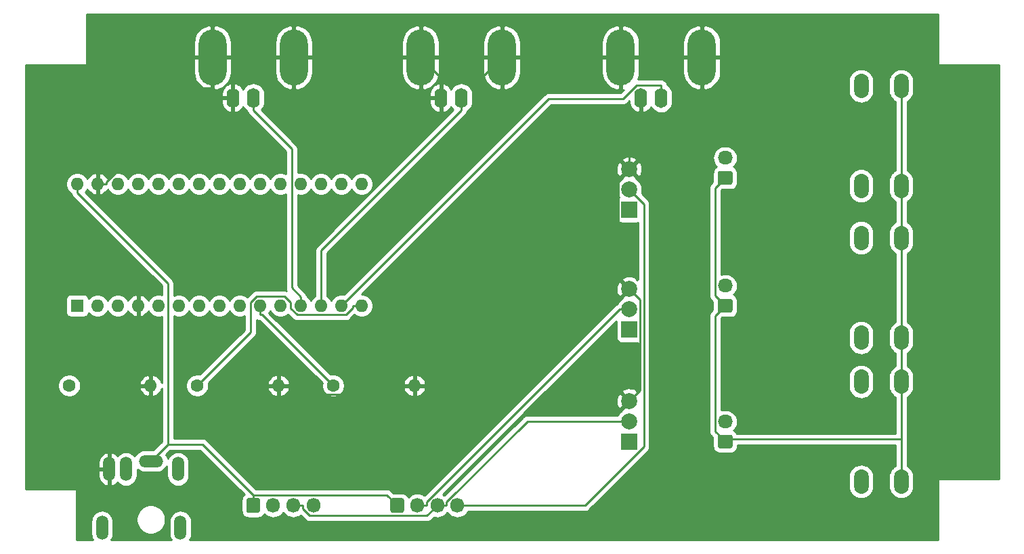
<source format=gbr>
%TF.GenerationSoftware,KiCad,Pcbnew,(5.1.6)-1*%
%TF.CreationDate,2020-08-03T18:02:55+09:00*%
%TF.ProjectId,arduino_pcb,61726475-696e-46f5-9f70-63622e6b6963,rev?*%
%TF.SameCoordinates,Original*%
%TF.FileFunction,Copper,L2,Bot*%
%TF.FilePolarity,Positive*%
%FSLAX46Y46*%
G04 Gerber Fmt 4.6, Leading zero omitted, Abs format (unit mm)*
G04 Created by KiCad (PCBNEW (5.1.6)-1) date 2020-08-03 18:02:55*
%MOMM*%
%LPD*%
G01*
G04 APERTURE LIST*
%TA.AperFunction,ComponentPad*%
%ADD10O,1.850000X3.048000*%
%TD*%
%TA.AperFunction,ComponentPad*%
%ADD11O,1.600000X1.600000*%
%TD*%
%TA.AperFunction,ComponentPad*%
%ADD12C,1.600000*%
%TD*%
%TA.AperFunction,ComponentPad*%
%ADD13C,2.000000*%
%TD*%
%TA.AperFunction,ComponentPad*%
%ADD14R,2.000000X2.000000*%
%TD*%
%TA.AperFunction,ComponentPad*%
%ADD15O,1.700000X1.850000*%
%TD*%
%TA.AperFunction,ComponentPad*%
%ADD16O,1.850000X1.700000*%
%TD*%
%TA.AperFunction,ComponentPad*%
%ADD17O,1.600000X2.500000*%
%TD*%
%TA.AperFunction,ComponentPad*%
%ADD18O,3.500000X7.000000*%
%TD*%
%TA.AperFunction,ComponentPad*%
%ADD19O,1.508000X3.016000*%
%TD*%
%TA.AperFunction,ComponentPad*%
%ADD20O,3.016000X1.508000*%
%TD*%
%TA.AperFunction,ComponentPad*%
%ADD21R,1.600000X1.600000*%
%TD*%
%TA.AperFunction,Conductor*%
%ADD22C,0.250000*%
%TD*%
%TA.AperFunction,Conductor*%
%ADD23C,0.254000*%
%TD*%
G04 APERTURE END LIST*
D10*
%TO.P,SW3,2*%
%TO.N,+3V3*%
X182000000Y-94000000D03*
%TO.P,SW3,1*%
%TO.N,/FREQ*%
X177000000Y-94000000D03*
%TO.P,SW3,2*%
%TO.N,+3V3*%
X182000000Y-81500000D03*
%TO.P,SW3,1*%
%TO.N,/FREQ*%
X177000000Y-81500000D03*
%TD*%
%TO.P,SW2,2*%
%TO.N,+3V3*%
X182000000Y-131000000D03*
%TO.P,SW2,1*%
%TO.N,/STATE*%
X177000000Y-131000000D03*
%TO.P,SW2,2*%
%TO.N,+3V3*%
X182000000Y-118500000D03*
%TO.P,SW2,1*%
%TO.N,/STATE*%
X177000000Y-118500000D03*
%TD*%
%TO.P,SW1,2*%
%TO.N,+3V3*%
X182000000Y-113000000D03*
%TO.P,SW1,1*%
%TO.N,/OPERATE*%
X177000000Y-113000000D03*
%TO.P,SW1,2*%
%TO.N,+3V3*%
X182000000Y-100500000D03*
%TO.P,SW1,1*%
%TO.N,/OPERATE*%
X177000000Y-100500000D03*
%TD*%
D11*
%TO.P,R3,2*%
%TO.N,GND*%
X121160000Y-119000000D03*
D12*
%TO.P,R3,1*%
%TO.N,/STATE*%
X111000000Y-119000000D03*
%TD*%
D11*
%TO.P,R2,2*%
%TO.N,GND*%
X104160000Y-119000000D03*
D12*
%TO.P,R2,1*%
%TO.N,/OPERATE*%
X94000000Y-119000000D03*
%TD*%
D11*
%TO.P,R1,2*%
%TO.N,GND*%
X88160000Y-119000000D03*
D12*
%TO.P,R1,1*%
%TO.N,/FREQ*%
X78000000Y-119000000D03*
%TD*%
D13*
%TO.P,Q3,3*%
%TO.N,GND*%
X148000000Y-91920000D03*
%TO.P,Q3,2*%
%TO.N,/BLUELED*%
X148000000Y-94460000D03*
D14*
%TO.P,Q3,1*%
%TO.N,/BLUEPIN*%
X148000000Y-97000000D03*
%TD*%
D13*
%TO.P,Q2,3*%
%TO.N,GND*%
X148000000Y-106920000D03*
%TO.P,Q2,2*%
%TO.N,/GREENLED*%
X148000000Y-109460000D03*
D14*
%TO.P,Q2,1*%
%TO.N,/GREENPIN*%
X148000000Y-112000000D03*
%TD*%
D13*
%TO.P,Q1,3*%
%TO.N,GND*%
X148000000Y-120920000D03*
%TO.P,Q1,2*%
%TO.N,/REDLED*%
X148000000Y-123460000D03*
D14*
%TO.P,Q1,1*%
%TO.N,/REDPIN*%
X148000000Y-126000000D03*
%TD*%
D15*
%TO.P,J9,4*%
%TO.N,/BLUELED*%
X126500000Y-134000000D03*
%TO.P,J9,3*%
%TO.N,/REDLED*%
X124000000Y-134000000D03*
%TO.P,J9,2*%
%TO.N,/GREENLED*%
X121500000Y-134000000D03*
%TO.P,J9,1*%
%TO.N,+12V*%
%TA.AperFunction,ComponentPad*%
G36*
G01*
X118150000Y-134675000D02*
X118150000Y-133325000D01*
G75*
G02*
X118400000Y-133075000I250000J0D01*
G01*
X119600000Y-133075000D01*
G75*
G02*
X119850000Y-133325000I0J-250000D01*
G01*
X119850000Y-134675000D01*
G75*
G02*
X119600000Y-134925000I-250000J0D01*
G01*
X118400000Y-134925000D01*
G75*
G02*
X118150000Y-134675000I0J250000D01*
G01*
G37*
%TD.AperFunction*%
%TD*%
D16*
%TO.P,J8,2*%
%TO.N,/FREQ*%
X160000000Y-90500000D03*
%TO.P,J8,1*%
%TO.N,+3V3*%
%TA.AperFunction,ComponentPad*%
G36*
G01*
X160675000Y-93850000D02*
X159325000Y-93850000D01*
G75*
G02*
X159075000Y-93600000I0J250000D01*
G01*
X159075000Y-92400000D01*
G75*
G02*
X159325000Y-92150000I250000J0D01*
G01*
X160675000Y-92150000D01*
G75*
G02*
X160925000Y-92400000I0J-250000D01*
G01*
X160925000Y-93600000D01*
G75*
G02*
X160675000Y-93850000I-250000J0D01*
G01*
G37*
%TD.AperFunction*%
%TD*%
%TO.P,J7,2*%
%TO.N,/STATE*%
X160000000Y-123500000D03*
%TO.P,J7,1*%
%TO.N,+3V3*%
%TA.AperFunction,ComponentPad*%
G36*
G01*
X160675000Y-126850000D02*
X159325000Y-126850000D01*
G75*
G02*
X159075000Y-126600000I0J250000D01*
G01*
X159075000Y-125400000D01*
G75*
G02*
X159325000Y-125150000I250000J0D01*
G01*
X160675000Y-125150000D01*
G75*
G02*
X160925000Y-125400000I0J-250000D01*
G01*
X160925000Y-126600000D01*
G75*
G02*
X160675000Y-126850000I-250000J0D01*
G01*
G37*
%TD.AperFunction*%
%TD*%
%TO.P,J6,2*%
%TO.N,/OPERATE*%
X160000000Y-106500000D03*
%TO.P,J6,1*%
%TO.N,+3V3*%
%TA.AperFunction,ComponentPad*%
G36*
G01*
X160675000Y-109850000D02*
X159325000Y-109850000D01*
G75*
G02*
X159075000Y-109600000I0J250000D01*
G01*
X159075000Y-108400000D01*
G75*
G02*
X159325000Y-108150000I250000J0D01*
G01*
X160675000Y-108150000D01*
G75*
G02*
X160925000Y-108400000I0J-250000D01*
G01*
X160925000Y-109600000D01*
G75*
G02*
X160675000Y-109850000I-250000J0D01*
G01*
G37*
%TD.AperFunction*%
%TD*%
D15*
%TO.P,J5,4*%
%TO.N,/BLUELED*%
X108500000Y-134000000D03*
%TO.P,J5,3*%
%TO.N,/REDLED*%
X106000000Y-134000000D03*
%TO.P,J5,2*%
%TO.N,/GREENLED*%
X103500000Y-134000000D03*
%TO.P,J5,1*%
%TO.N,+12V*%
%TA.AperFunction,ComponentPad*%
G36*
G01*
X100150000Y-134675000D02*
X100150000Y-133325000D01*
G75*
G02*
X100400000Y-133075000I250000J0D01*
G01*
X101600000Y-133075000D01*
G75*
G02*
X101850000Y-133325000I0J-250000D01*
G01*
X101850000Y-134675000D01*
G75*
G02*
X101600000Y-134925000I-250000J0D01*
G01*
X100400000Y-134925000D01*
G75*
G02*
X100150000Y-134675000I0J250000D01*
G01*
G37*
%TD.AperFunction*%
%TD*%
D17*
%TO.P,J4,2*%
%TO.N,GND*%
X149460000Y-83000000D03*
%TO.P,J4,1*%
%TO.N,/TDTPIN2*%
X152000000Y-83000000D03*
D18*
%TO.P,J4,2*%
%TO.N,GND*%
X157080000Y-77920000D03*
X146920000Y-77920000D03*
%TD*%
D17*
%TO.P,J3,2*%
%TO.N,GND*%
X124460000Y-83000000D03*
%TO.P,J3,1*%
%TO.N,/TDTPIN1*%
X127000000Y-83000000D03*
D18*
%TO.P,J3,2*%
%TO.N,GND*%
X132080000Y-77920000D03*
X121920000Y-77920000D03*
%TD*%
D17*
%TO.P,J2,2*%
%TO.N,GND*%
X98460000Y-83000000D03*
%TO.P,J2,1*%
%TO.N,/TDTPIN0*%
X101000000Y-83000000D03*
D18*
%TO.P,J2,2*%
%TO.N,GND*%
X106080000Y-77920000D03*
X95920000Y-77920000D03*
%TD*%
D19*
%TO.P,J1,6*%
%TO.N,N/C*%
X91900000Y-136750000D03*
%TO.P,J1,5*%
X82100000Y-136750000D03*
%TO.P,J1,4*%
X91600000Y-129450000D03*
%TO.P,J1,2*%
%TO.N,GND*%
X83000000Y-129450000D03*
%TO.P,J1,3*%
%TO.N,N/C*%
X85100000Y-129450000D03*
D20*
%TO.P,J1,1*%
%TO.N,+12V*%
X88200000Y-128450000D03*
%TD*%
D11*
%TO.P,A1,16*%
%TO.N,Net-(A1-Pad16)*%
X114560000Y-93760000D03*
%TO.P,A1,15*%
%TO.N,/OPERATE*%
X114560000Y-109000000D03*
%TO.P,A1,30*%
%TO.N,+12V*%
X79000000Y-93760000D03*
%TO.P,A1,14*%
%TO.N,/TDTPIN2*%
X112020000Y-109000000D03*
%TO.P,A1,29*%
%TO.N,GND*%
X81540000Y-93760000D03*
%TO.P,A1,13*%
%TO.N,/TDTPIN1*%
X109480000Y-109000000D03*
%TO.P,A1,28*%
%TO.N,Net-(A1-Pad28)*%
X84080000Y-93760000D03*
%TO.P,A1,12*%
%TO.N,/TDTPIN0*%
X106940000Y-109000000D03*
%TO.P,A1,27*%
%TO.N,+5V*%
X86620000Y-93760000D03*
%TO.P,A1,11*%
%TO.N,/FREQ*%
X104400000Y-109000000D03*
%TO.P,A1,26*%
%TO.N,Net-(A1-Pad26)*%
X89160000Y-93760000D03*
%TO.P,A1,10*%
%TO.N,/STATE*%
X101860000Y-109000000D03*
%TO.P,A1,25*%
%TO.N,Net-(A1-Pad25)*%
X91700000Y-93760000D03*
%TO.P,A1,9*%
%TO.N,/GREENPIN*%
X99320000Y-109000000D03*
%TO.P,A1,24*%
%TO.N,Net-(A1-Pad24)*%
X94240000Y-93760000D03*
%TO.P,A1,8*%
%TO.N,/REDPIN*%
X96780000Y-109000000D03*
%TO.P,A1,23*%
%TO.N,Net-(A1-Pad23)*%
X96780000Y-93760000D03*
%TO.P,A1,7*%
%TO.N,Net-(A1-Pad7)*%
X94240000Y-109000000D03*
%TO.P,A1,22*%
%TO.N,Net-(A1-Pad22)*%
X99320000Y-93760000D03*
%TO.P,A1,6*%
%TO.N,/BLUEPIN*%
X91700000Y-109000000D03*
%TO.P,A1,21*%
%TO.N,Net-(A1-Pad21)*%
X101860000Y-93760000D03*
%TO.P,A1,5*%
%TO.N,Net-(A1-Pad5)*%
X89160000Y-109000000D03*
%TO.P,A1,20*%
%TO.N,Net-(A1-Pad20)*%
X104400000Y-93760000D03*
%TO.P,A1,4*%
%TO.N,GND*%
X86620000Y-109000000D03*
%TO.P,A1,19*%
%TO.N,Net-(A1-Pad19)*%
X106940000Y-93760000D03*
%TO.P,A1,3*%
%TO.N,Net-(A1-Pad3)*%
X84080000Y-109000000D03*
%TO.P,A1,18*%
%TO.N,Net-(A1-Pad18)*%
X109480000Y-93760000D03*
%TO.P,A1,2*%
%TO.N,Net-(A1-Pad2)*%
X81540000Y-109000000D03*
%TO.P,A1,17*%
%TO.N,+3V3*%
X112020000Y-93760000D03*
D21*
%TO.P,A1,1*%
%TO.N,Net-(A1-Pad1)*%
X79000000Y-109000000D03*
%TD*%
D22*
%TO.N,/OPERATE*%
X114560000Y-109000000D02*
X113434700Y-109000000D01*
X113434700Y-109000000D02*
X113434700Y-109281300D01*
X113434700Y-109281300D02*
X112590600Y-110125400D01*
X112590600Y-110125400D02*
X106467900Y-110125400D01*
X106467900Y-110125400D02*
X105670000Y-109327500D01*
X105670000Y-109327500D02*
X105670000Y-108610500D01*
X105670000Y-108610500D02*
X104879500Y-107820000D01*
X104879500Y-107820000D02*
X101396300Y-107820000D01*
X101396300Y-107820000D02*
X100663900Y-108552400D01*
X100663900Y-108552400D02*
X100663900Y-112336100D01*
X100663900Y-112336100D02*
X94000000Y-119000000D01*
%TO.N,+12V*%
X90303000Y-126347000D02*
X88200000Y-128450000D01*
X79000000Y-94885300D02*
X90303000Y-106188300D01*
X90303000Y-106188300D02*
X90303000Y-126347000D01*
X90303000Y-126347000D02*
X94666800Y-126347000D01*
X94666800Y-126347000D02*
X101000000Y-132680200D01*
X101000000Y-132680200D02*
X117680200Y-132680200D01*
X117680200Y-132680200D02*
X119000000Y-134000000D01*
X101000000Y-134000000D02*
X101000000Y-132680200D01*
X79000000Y-93760000D02*
X79000000Y-94885300D01*
%TO.N,/TDTPIN2*%
X152000000Y-83000000D02*
X152000000Y-81424700D01*
X112020000Y-109000000D02*
X137915600Y-83104400D01*
X137915600Y-83104400D02*
X147240300Y-83104400D01*
X147240300Y-83104400D02*
X148920000Y-81424700D01*
X148920000Y-81424700D02*
X152000000Y-81424700D01*
%TO.N,GND*%
X124460000Y-80460000D02*
X124460000Y-83000000D01*
X121920000Y-77920000D02*
X124460000Y-80460000D01*
X132080000Y-77920000D02*
X129540000Y-80460000D01*
X129540000Y-80460000D02*
X124460000Y-80460000D01*
X81540000Y-93760000D02*
X82665300Y-93760000D01*
X82665300Y-93760000D02*
X82665300Y-93478700D01*
X82665300Y-93478700D02*
X94398700Y-81745300D01*
X94398700Y-81745300D02*
X95920000Y-81745300D01*
X148000000Y-106920000D02*
X149325400Y-108245400D01*
X149325400Y-108245400D02*
X149325400Y-119594600D01*
X149325400Y-119594600D02*
X148000000Y-120920000D01*
X148000000Y-91920000D02*
X146674600Y-93245400D01*
X146674600Y-93245400D02*
X146674600Y-105594600D01*
X146674600Y-105594600D02*
X148000000Y-106920000D01*
X95920000Y-77920000D02*
X95920000Y-81745300D01*
X98460000Y-83000000D02*
X97174700Y-83000000D01*
X97174700Y-83000000D02*
X95920000Y-81745300D01*
X88160000Y-117874700D02*
X86620000Y-116334700D01*
X86620000Y-116334700D02*
X86620000Y-109000000D01*
X104160000Y-119000000D02*
X105285300Y-119000000D01*
X121160000Y-119000000D02*
X120034700Y-119000000D01*
X120034700Y-119000000D02*
X118909400Y-120125300D01*
X118909400Y-120125300D02*
X106410600Y-120125300D01*
X106410600Y-120125300D02*
X105285300Y-119000000D01*
X149460000Y-84575300D02*
X148000000Y-86035300D01*
X148000000Y-86035300D02*
X148000000Y-91920000D01*
X149460000Y-83000000D02*
X149460000Y-84575300D01*
X88160000Y-119000000D02*
X88160000Y-120125300D01*
X83000000Y-129450000D02*
X83000000Y-125285300D01*
X83000000Y-125285300D02*
X88160000Y-120125300D01*
X88160000Y-119000000D02*
X88160000Y-117874700D01*
%TO.N,/TDTPIN1*%
X127000000Y-83000000D02*
X127000000Y-84575300D01*
X109480000Y-109000000D02*
X109480000Y-102095300D01*
X109480000Y-102095300D02*
X127000000Y-84575300D01*
%TO.N,/TDTPIN0*%
X101000000Y-83000000D02*
X101000000Y-84575300D01*
X106940000Y-109000000D02*
X106940000Y-107874700D01*
X106940000Y-107874700D02*
X105814700Y-106749400D01*
X105814700Y-106749400D02*
X105814700Y-89390000D01*
X105814700Y-89390000D02*
X101000000Y-84575300D01*
%TO.N,/STATE*%
X101860000Y-109000000D02*
X101860000Y-110125300D01*
X101860000Y-110125300D02*
X102125300Y-110125300D01*
X102125300Y-110125300D02*
X111000000Y-119000000D01*
%TO.N,+3V3*%
X182000000Y-125729700D02*
X182000000Y-118500000D01*
X182000000Y-131000000D02*
X182000000Y-125729700D01*
X159729700Y-125729700D02*
X182000000Y-125729700D01*
X159729700Y-125729700D02*
X160000000Y-126000000D01*
X160000000Y-109000000D02*
X158739900Y-110260100D01*
X158739900Y-110260100D02*
X158739900Y-124739900D01*
X158739900Y-124739900D02*
X159729700Y-125729700D01*
X160000000Y-93000000D02*
X158749600Y-94250400D01*
X158749600Y-94250400D02*
X158749600Y-107749600D01*
X158749600Y-107749600D02*
X160000000Y-109000000D01*
X182000000Y-81500000D02*
X182000000Y-94000000D01*
X182000000Y-113000000D02*
X182000000Y-100500000D01*
X182000000Y-118500000D02*
X182000000Y-113000000D01*
X182000000Y-100500000D02*
X182000000Y-94000000D01*
%TO.N,/BLUELED*%
X148000000Y-94460000D02*
X149817600Y-96277600D01*
X149817600Y-96277600D02*
X149817600Y-126646600D01*
X149817600Y-126646600D02*
X142464200Y-134000000D01*
X142464200Y-134000000D02*
X126500000Y-134000000D01*
%TO.N,/REDLED*%
X124000000Y-134000000D02*
X125175300Y-134000000D01*
X125175300Y-134000000D02*
X125175300Y-133559300D01*
X125175300Y-133559300D02*
X135274600Y-123460000D01*
X135274600Y-123460000D02*
X148000000Y-123460000D01*
X107175300Y-134000000D02*
X107175300Y-134440700D01*
X107175300Y-134440700D02*
X108028300Y-135293700D01*
X108028300Y-135293700D02*
X122706300Y-135293700D01*
X122706300Y-135293700D02*
X124000000Y-134000000D01*
X106000000Y-134000000D02*
X107175300Y-134000000D01*
%TO.N,/GREENLED*%
X121500000Y-134000000D02*
X122675300Y-134000000D01*
X122675300Y-134000000D02*
X122675300Y-133559300D01*
X122675300Y-133559300D02*
X146774600Y-109460000D01*
X146774600Y-109460000D02*
X148000000Y-109460000D01*
%TD*%
D23*
%TO.N,GND*%
G36*
X186563000Y-78740000D02*
G01*
X186565440Y-78764776D01*
X186572667Y-78788601D01*
X186584403Y-78810557D01*
X186600197Y-78829803D01*
X186619443Y-78845597D01*
X186641399Y-78857333D01*
X186665224Y-78864560D01*
X186690000Y-78867000D01*
X194183000Y-78867000D01*
X194183000Y-130683000D01*
X186690000Y-130683000D01*
X186665224Y-130685440D01*
X186641399Y-130692667D01*
X186619443Y-130704403D01*
X186600197Y-130720197D01*
X186584403Y-130739443D01*
X186572667Y-130761399D01*
X186565440Y-130785224D01*
X186563000Y-130810000D01*
X186563000Y-138303000D01*
X93041147Y-138303000D01*
X93060499Y-138279420D01*
X93189477Y-138038119D01*
X93268902Y-137776291D01*
X93289000Y-137572230D01*
X93289000Y-135927770D01*
X93268902Y-135723709D01*
X93189477Y-135461881D01*
X93060499Y-135220580D01*
X92886922Y-135009077D01*
X92675419Y-134835501D01*
X92434118Y-134706523D01*
X92172290Y-134627098D01*
X91900000Y-134600280D01*
X91627709Y-134627098D01*
X91365881Y-134706523D01*
X91124580Y-134835501D01*
X90913077Y-135009078D01*
X90739501Y-135220581D01*
X90610523Y-135461882D01*
X90531098Y-135723710D01*
X90511000Y-135927771D01*
X90511000Y-137572230D01*
X90531098Y-137776291D01*
X90610524Y-138038119D01*
X90739502Y-138279420D01*
X90758854Y-138303000D01*
X83241147Y-138303000D01*
X83260499Y-138279420D01*
X83389477Y-138038119D01*
X83468902Y-137776291D01*
X83489000Y-137572230D01*
X83489000Y-135927770D01*
X83468902Y-135723709D01*
X83422053Y-135569268D01*
X86365000Y-135569268D01*
X86365000Y-135930732D01*
X86435518Y-136285250D01*
X86573844Y-136619199D01*
X86774662Y-136919744D01*
X87030256Y-137175338D01*
X87330801Y-137376156D01*
X87664750Y-137514482D01*
X88019268Y-137585000D01*
X88380732Y-137585000D01*
X88735250Y-137514482D01*
X89069199Y-137376156D01*
X89369744Y-137175338D01*
X89625338Y-136919744D01*
X89826156Y-136619199D01*
X89964482Y-136285250D01*
X90035000Y-135930732D01*
X90035000Y-135569268D01*
X89964482Y-135214750D01*
X89826156Y-134880801D01*
X89625338Y-134580256D01*
X89369744Y-134324662D01*
X89069199Y-134123844D01*
X88735250Y-133985518D01*
X88380732Y-133915000D01*
X88019268Y-133915000D01*
X87664750Y-133985518D01*
X87330801Y-134123844D01*
X87030256Y-134324662D01*
X86774662Y-134580256D01*
X86573844Y-134880801D01*
X86435518Y-135214750D01*
X86365000Y-135569268D01*
X83422053Y-135569268D01*
X83389477Y-135461881D01*
X83260499Y-135220580D01*
X83086922Y-135009077D01*
X82875419Y-134835501D01*
X82634118Y-134706523D01*
X82372290Y-134627098D01*
X82100000Y-134600280D01*
X81827709Y-134627098D01*
X81565881Y-134706523D01*
X81324580Y-134835501D01*
X81113077Y-135009078D01*
X80939501Y-135220581D01*
X80810523Y-135461882D01*
X80731098Y-135723710D01*
X80711000Y-135927771D01*
X80711000Y-137572230D01*
X80731098Y-137776291D01*
X80810524Y-138038119D01*
X80939502Y-138279420D01*
X80958854Y-138303000D01*
X78867000Y-138303000D01*
X78867000Y-132080000D01*
X78864560Y-132055224D01*
X78857333Y-132031399D01*
X78845597Y-132009443D01*
X78829803Y-131990197D01*
X78810557Y-131974403D01*
X78788601Y-131962667D01*
X78764776Y-131955440D01*
X78740000Y-131953000D01*
X72517000Y-131953000D01*
X72517000Y-129577000D01*
X81611000Y-129577000D01*
X81611000Y-130331000D01*
X81662466Y-130599540D01*
X81765332Y-130852880D01*
X81915646Y-131081284D01*
X82107631Y-131275974D01*
X82333909Y-131429469D01*
X82585785Y-131535870D01*
X82658186Y-131550286D01*
X82873000Y-131427677D01*
X82873000Y-129577000D01*
X81611000Y-129577000D01*
X72517000Y-129577000D01*
X72517000Y-128569000D01*
X81611000Y-128569000D01*
X81611000Y-129323000D01*
X82873000Y-129323000D01*
X82873000Y-127472323D01*
X82658186Y-127349714D01*
X82585785Y-127364130D01*
X82333909Y-127470531D01*
X82107631Y-127624026D01*
X81915646Y-127818716D01*
X81765332Y-128047120D01*
X81662466Y-128300460D01*
X81611000Y-128569000D01*
X72517000Y-128569000D01*
X72517000Y-118858665D01*
X76565000Y-118858665D01*
X76565000Y-119141335D01*
X76620147Y-119418574D01*
X76728320Y-119679727D01*
X76885363Y-119914759D01*
X77085241Y-120114637D01*
X77320273Y-120271680D01*
X77581426Y-120379853D01*
X77858665Y-120435000D01*
X78141335Y-120435000D01*
X78418574Y-120379853D01*
X78679727Y-120271680D01*
X78914759Y-120114637D01*
X79114637Y-119914759D01*
X79271680Y-119679727D01*
X79379853Y-119418574D01*
X79393684Y-119349039D01*
X86768096Y-119349039D01*
X86808754Y-119483087D01*
X86928963Y-119737420D01*
X87096481Y-119963414D01*
X87304869Y-120152385D01*
X87546119Y-120297070D01*
X87810960Y-120391909D01*
X88033000Y-120270624D01*
X88033000Y-119127000D01*
X86890085Y-119127000D01*
X86768096Y-119349039D01*
X79393684Y-119349039D01*
X79435000Y-119141335D01*
X79435000Y-118858665D01*
X79393685Y-118650961D01*
X86768096Y-118650961D01*
X86890085Y-118873000D01*
X88033000Y-118873000D01*
X88033000Y-117729376D01*
X87810960Y-117608091D01*
X87546119Y-117702930D01*
X87304869Y-117847615D01*
X87096481Y-118036586D01*
X86928963Y-118262580D01*
X86808754Y-118516913D01*
X86768096Y-118650961D01*
X79393685Y-118650961D01*
X79379853Y-118581426D01*
X79271680Y-118320273D01*
X79114637Y-118085241D01*
X78914759Y-117885363D01*
X78679727Y-117728320D01*
X78418574Y-117620147D01*
X78141335Y-117565000D01*
X77858665Y-117565000D01*
X77581426Y-117620147D01*
X77320273Y-117728320D01*
X77085241Y-117885363D01*
X76885363Y-118085241D01*
X76728320Y-118320273D01*
X76620147Y-118581426D01*
X76565000Y-118858665D01*
X72517000Y-118858665D01*
X72517000Y-108200000D01*
X77561928Y-108200000D01*
X77561928Y-109800000D01*
X77574188Y-109924482D01*
X77610498Y-110044180D01*
X77669463Y-110154494D01*
X77748815Y-110251185D01*
X77845506Y-110330537D01*
X77955820Y-110389502D01*
X78075518Y-110425812D01*
X78200000Y-110438072D01*
X79800000Y-110438072D01*
X79924482Y-110425812D01*
X80044180Y-110389502D01*
X80154494Y-110330537D01*
X80251185Y-110251185D01*
X80330537Y-110154494D01*
X80389502Y-110044180D01*
X80425812Y-109924482D01*
X80426643Y-109916039D01*
X80625241Y-110114637D01*
X80860273Y-110271680D01*
X81121426Y-110379853D01*
X81398665Y-110435000D01*
X81681335Y-110435000D01*
X81958574Y-110379853D01*
X82219727Y-110271680D01*
X82454759Y-110114637D01*
X82654637Y-109914759D01*
X82810000Y-109682241D01*
X82965363Y-109914759D01*
X83165241Y-110114637D01*
X83400273Y-110271680D01*
X83661426Y-110379853D01*
X83938665Y-110435000D01*
X84221335Y-110435000D01*
X84498574Y-110379853D01*
X84759727Y-110271680D01*
X84994759Y-110114637D01*
X85194637Y-109914759D01*
X85351680Y-109679727D01*
X85356067Y-109669135D01*
X85467615Y-109855131D01*
X85656586Y-110063519D01*
X85882580Y-110231037D01*
X86136913Y-110351246D01*
X86270961Y-110391904D01*
X86493000Y-110269915D01*
X86493000Y-109127000D01*
X86473000Y-109127000D01*
X86473000Y-108873000D01*
X86493000Y-108873000D01*
X86493000Y-107730085D01*
X86270961Y-107608096D01*
X86136913Y-107648754D01*
X85882580Y-107768963D01*
X85656586Y-107936481D01*
X85467615Y-108144869D01*
X85356067Y-108330865D01*
X85351680Y-108320273D01*
X85194637Y-108085241D01*
X84994759Y-107885363D01*
X84759727Y-107728320D01*
X84498574Y-107620147D01*
X84221335Y-107565000D01*
X83938665Y-107565000D01*
X83661426Y-107620147D01*
X83400273Y-107728320D01*
X83165241Y-107885363D01*
X82965363Y-108085241D01*
X82810000Y-108317759D01*
X82654637Y-108085241D01*
X82454759Y-107885363D01*
X82219727Y-107728320D01*
X81958574Y-107620147D01*
X81681335Y-107565000D01*
X81398665Y-107565000D01*
X81121426Y-107620147D01*
X80860273Y-107728320D01*
X80625241Y-107885363D01*
X80426643Y-108083961D01*
X80425812Y-108075518D01*
X80389502Y-107955820D01*
X80330537Y-107845506D01*
X80251185Y-107748815D01*
X80154494Y-107669463D01*
X80044180Y-107610498D01*
X79924482Y-107574188D01*
X79800000Y-107561928D01*
X78200000Y-107561928D01*
X78075518Y-107574188D01*
X77955820Y-107610498D01*
X77845506Y-107669463D01*
X77748815Y-107748815D01*
X77669463Y-107845506D01*
X77610498Y-107955820D01*
X77574188Y-108075518D01*
X77561928Y-108200000D01*
X72517000Y-108200000D01*
X72517000Y-93618665D01*
X77565000Y-93618665D01*
X77565000Y-93901335D01*
X77620147Y-94178574D01*
X77728320Y-94439727D01*
X77885363Y-94674759D01*
X78085241Y-94874637D01*
X78245843Y-94981948D01*
X78250568Y-95029915D01*
X78250998Y-95034285D01*
X78294454Y-95177546D01*
X78365026Y-95309576D01*
X78436201Y-95396302D01*
X78460000Y-95425301D01*
X78488998Y-95449099D01*
X89543000Y-106503102D01*
X89543000Y-107613071D01*
X89301335Y-107565000D01*
X89018665Y-107565000D01*
X88741426Y-107620147D01*
X88480273Y-107728320D01*
X88245241Y-107885363D01*
X88045363Y-108085241D01*
X87888320Y-108320273D01*
X87883933Y-108330865D01*
X87772385Y-108144869D01*
X87583414Y-107936481D01*
X87357420Y-107768963D01*
X87103087Y-107648754D01*
X86969039Y-107608096D01*
X86747000Y-107730085D01*
X86747000Y-108873000D01*
X86767000Y-108873000D01*
X86767000Y-109127000D01*
X86747000Y-109127000D01*
X86747000Y-110269915D01*
X86969039Y-110391904D01*
X87103087Y-110351246D01*
X87357420Y-110231037D01*
X87583414Y-110063519D01*
X87772385Y-109855131D01*
X87883933Y-109669135D01*
X87888320Y-109679727D01*
X88045363Y-109914759D01*
X88245241Y-110114637D01*
X88480273Y-110271680D01*
X88741426Y-110379853D01*
X89018665Y-110435000D01*
X89301335Y-110435000D01*
X89543000Y-110386929D01*
X89543001Y-118621607D01*
X89511246Y-118516913D01*
X89391037Y-118262580D01*
X89223519Y-118036586D01*
X89015131Y-117847615D01*
X88773881Y-117702930D01*
X88509040Y-117608091D01*
X88287000Y-117729376D01*
X88287000Y-118873000D01*
X88307000Y-118873000D01*
X88307000Y-119127000D01*
X88287000Y-119127000D01*
X88287000Y-120270624D01*
X88509040Y-120391909D01*
X88773881Y-120297070D01*
X89015131Y-120152385D01*
X89223519Y-119963414D01*
X89391037Y-119737420D01*
X89511246Y-119483087D01*
X89543001Y-119378393D01*
X89543001Y-126032197D01*
X88514199Y-127061000D01*
X87377770Y-127061000D01*
X87173709Y-127081098D01*
X86911881Y-127160523D01*
X86670580Y-127289501D01*
X86459077Y-127463077D01*
X86285501Y-127674580D01*
X86196012Y-127842003D01*
X86086922Y-127709077D01*
X85875419Y-127535501D01*
X85634118Y-127406523D01*
X85372290Y-127327098D01*
X85100000Y-127300280D01*
X84827709Y-127327098D01*
X84565881Y-127406523D01*
X84324580Y-127535501D01*
X84113077Y-127709078D01*
X84050923Y-127784813D01*
X83892369Y-127624026D01*
X83666091Y-127470531D01*
X83414215Y-127364130D01*
X83341814Y-127349714D01*
X83127000Y-127472323D01*
X83127000Y-129323000D01*
X83147000Y-129323000D01*
X83147000Y-129577000D01*
X83127000Y-129577000D01*
X83127000Y-131427677D01*
X83341814Y-131550286D01*
X83414215Y-131535870D01*
X83666091Y-131429469D01*
X83892369Y-131275974D01*
X84050923Y-131115186D01*
X84113078Y-131190923D01*
X84324581Y-131364499D01*
X84565882Y-131493477D01*
X84827710Y-131572902D01*
X85100000Y-131599720D01*
X85372291Y-131572902D01*
X85634119Y-131493477D01*
X85875420Y-131364499D01*
X86086923Y-131190923D01*
X86260499Y-130979420D01*
X86389477Y-130738119D01*
X86468902Y-130476291D01*
X86489000Y-130272230D01*
X86489000Y-129461480D01*
X86670580Y-129610499D01*
X86911881Y-129739477D01*
X87173709Y-129818902D01*
X87377770Y-129839000D01*
X89022230Y-129839000D01*
X89226291Y-129818902D01*
X89488119Y-129739477D01*
X89729420Y-129610499D01*
X89940923Y-129436923D01*
X90114499Y-129225420D01*
X90211000Y-129044879D01*
X90211000Y-130272230D01*
X90231098Y-130476291D01*
X90310524Y-130738119D01*
X90439502Y-130979420D01*
X90613078Y-131190923D01*
X90824581Y-131364499D01*
X91065882Y-131493477D01*
X91327710Y-131572902D01*
X91600000Y-131599720D01*
X91872291Y-131572902D01*
X92134119Y-131493477D01*
X92375420Y-131364499D01*
X92586923Y-131190923D01*
X92760499Y-130979420D01*
X92889477Y-130738119D01*
X92968902Y-130476291D01*
X92989000Y-130272230D01*
X92989000Y-128627770D01*
X92968902Y-128423709D01*
X92889477Y-128161881D01*
X92760499Y-127920580D01*
X92586922Y-127709077D01*
X92375419Y-127535501D01*
X92134118Y-127406523D01*
X91872290Y-127327098D01*
X91600000Y-127300280D01*
X91327709Y-127327098D01*
X91065881Y-127406523D01*
X90824580Y-127535501D01*
X90613077Y-127709078D01*
X90439501Y-127920581D01*
X90315357Y-128152838D01*
X90243477Y-127915881D01*
X90114499Y-127674580D01*
X90085526Y-127639276D01*
X90617802Y-127107000D01*
X94351999Y-127107000D01*
X99865409Y-132620411D01*
X99772038Y-132697038D01*
X99661595Y-132831614D01*
X99579528Y-132985150D01*
X99528992Y-133151746D01*
X99511928Y-133325000D01*
X99511928Y-134675000D01*
X99528992Y-134848254D01*
X99579528Y-135014850D01*
X99661595Y-135168386D01*
X99772038Y-135302962D01*
X99906614Y-135413405D01*
X100060150Y-135495472D01*
X100226746Y-135546008D01*
X100400000Y-135563072D01*
X101600000Y-135563072D01*
X101773254Y-135546008D01*
X101939850Y-135495472D01*
X102093386Y-135413405D01*
X102227962Y-135302962D01*
X102338405Y-135168386D01*
X102392777Y-135066663D01*
X102444866Y-135130134D01*
X102670987Y-135315706D01*
X102928967Y-135453599D01*
X103208890Y-135538513D01*
X103500000Y-135567185D01*
X103791111Y-135538513D01*
X104071034Y-135453599D01*
X104329014Y-135315706D01*
X104555134Y-135130134D01*
X104740706Y-134904013D01*
X104750000Y-134886626D01*
X104759294Y-134904014D01*
X104944866Y-135130134D01*
X105170987Y-135315706D01*
X105428967Y-135453599D01*
X105708890Y-135538513D01*
X106000000Y-135567185D01*
X106291111Y-135538513D01*
X106571034Y-135453599D01*
X106829014Y-135315706D01*
X106909473Y-135249675D01*
X107464501Y-135804703D01*
X107488299Y-135833701D01*
X107604024Y-135928674D01*
X107736053Y-135999246D01*
X107879314Y-136042703D01*
X107990967Y-136053700D01*
X107990976Y-136053700D01*
X108028299Y-136057376D01*
X108065622Y-136053700D01*
X122668978Y-136053700D01*
X122706300Y-136057376D01*
X122743622Y-136053700D01*
X122743633Y-136053700D01*
X122855286Y-136042703D01*
X122998547Y-135999246D01*
X123130576Y-135928674D01*
X123246301Y-135833701D01*
X123270104Y-135804697D01*
X123576460Y-135498341D01*
X123708890Y-135538513D01*
X124000000Y-135567185D01*
X124291111Y-135538513D01*
X124571034Y-135453599D01*
X124829014Y-135315706D01*
X125055134Y-135130134D01*
X125240706Y-134904013D01*
X125250000Y-134886626D01*
X125259294Y-134904014D01*
X125444866Y-135130134D01*
X125670987Y-135315706D01*
X125928967Y-135453599D01*
X126208890Y-135538513D01*
X126500000Y-135567185D01*
X126791111Y-135538513D01*
X127071034Y-135453599D01*
X127329014Y-135315706D01*
X127555134Y-135130134D01*
X127740706Y-134904013D01*
X127817682Y-134760000D01*
X142426878Y-134760000D01*
X142464200Y-134763676D01*
X142501522Y-134760000D01*
X142501533Y-134760000D01*
X142613186Y-134749003D01*
X142756447Y-134705546D01*
X142888476Y-134634974D01*
X143004201Y-134540001D01*
X143028004Y-134510997D01*
X147214636Y-130324365D01*
X175440000Y-130324365D01*
X175440000Y-131675636D01*
X175462572Y-131904813D01*
X175551774Y-132198875D01*
X175696632Y-132469883D01*
X175891577Y-132707424D01*
X176129118Y-132902369D01*
X176400126Y-133047226D01*
X176694188Y-133136428D01*
X177000000Y-133166548D01*
X177305813Y-133136428D01*
X177599875Y-133047226D01*
X177870883Y-132902369D01*
X178108424Y-132707424D01*
X178303369Y-132469883D01*
X178448226Y-132198875D01*
X178537428Y-131904813D01*
X178560000Y-131675636D01*
X178560000Y-130324364D01*
X178537428Y-130095187D01*
X178448226Y-129801125D01*
X178303369Y-129530117D01*
X178108424Y-129292576D01*
X177870882Y-129097631D01*
X177599874Y-128952774D01*
X177305812Y-128863572D01*
X177000000Y-128833452D01*
X176694187Y-128863572D01*
X176400125Y-128952774D01*
X176129117Y-129097631D01*
X175891576Y-129292576D01*
X175696631Y-129530118D01*
X175551774Y-129801126D01*
X175462572Y-130095188D01*
X175440000Y-130324365D01*
X147214636Y-130324365D01*
X150328603Y-127210399D01*
X150357601Y-127186601D01*
X150408581Y-127124482D01*
X150452574Y-127070877D01*
X150523146Y-126938847D01*
X150547669Y-126858003D01*
X150566603Y-126795586D01*
X150577600Y-126683933D01*
X150577600Y-126683923D01*
X150581276Y-126646601D01*
X150577600Y-126609278D01*
X150577600Y-110260100D01*
X157976224Y-110260100D01*
X157979900Y-110297422D01*
X157979901Y-124702568D01*
X157976224Y-124739900D01*
X157990898Y-124888885D01*
X158034354Y-125032146D01*
X158104926Y-125164176D01*
X158176101Y-125250902D01*
X158199900Y-125279901D01*
X158228898Y-125303699D01*
X158436928Y-125511729D01*
X158436928Y-126600000D01*
X158453992Y-126773254D01*
X158504528Y-126939850D01*
X158586595Y-127093386D01*
X158697038Y-127227962D01*
X158831614Y-127338405D01*
X158985150Y-127420472D01*
X159151746Y-127471008D01*
X159325000Y-127488072D01*
X160675000Y-127488072D01*
X160848254Y-127471008D01*
X161014850Y-127420472D01*
X161168386Y-127338405D01*
X161302962Y-127227962D01*
X161413405Y-127093386D01*
X161495472Y-126939850D01*
X161546008Y-126773254D01*
X161563072Y-126600000D01*
X161563072Y-126489700D01*
X181240001Y-126489700D01*
X181240000Y-129038363D01*
X181129117Y-129097631D01*
X180891576Y-129292576D01*
X180696631Y-129530118D01*
X180551774Y-129801126D01*
X180462572Y-130095188D01*
X180440000Y-130324365D01*
X180440000Y-131675636D01*
X180462572Y-131904813D01*
X180551774Y-132198875D01*
X180696632Y-132469883D01*
X180891577Y-132707424D01*
X181129118Y-132902369D01*
X181400126Y-133047226D01*
X181694188Y-133136428D01*
X182000000Y-133166548D01*
X182305813Y-133136428D01*
X182599875Y-133047226D01*
X182870883Y-132902369D01*
X183108424Y-132707424D01*
X183303369Y-132469883D01*
X183448226Y-132198875D01*
X183537428Y-131904813D01*
X183560000Y-131675636D01*
X183560000Y-130324364D01*
X183537428Y-130095187D01*
X183448226Y-129801125D01*
X183303369Y-129530117D01*
X183108424Y-129292576D01*
X182870882Y-129097631D01*
X182760000Y-129038363D01*
X182760000Y-125767032D01*
X182763677Y-125729700D01*
X182760000Y-125692367D01*
X182760000Y-120461637D01*
X182870883Y-120402369D01*
X183108424Y-120207424D01*
X183303369Y-119969883D01*
X183448226Y-119698875D01*
X183537428Y-119404813D01*
X183560000Y-119175636D01*
X183560000Y-117824364D01*
X183537428Y-117595187D01*
X183448226Y-117301125D01*
X183303369Y-117030117D01*
X183108424Y-116792576D01*
X182870882Y-116597631D01*
X182760000Y-116538363D01*
X182760000Y-114961637D01*
X182870883Y-114902369D01*
X183108424Y-114707424D01*
X183303369Y-114469883D01*
X183448226Y-114198875D01*
X183537428Y-113904813D01*
X183560000Y-113675636D01*
X183560000Y-112324364D01*
X183537428Y-112095187D01*
X183448226Y-111801125D01*
X183303369Y-111530117D01*
X183108424Y-111292576D01*
X182870882Y-111097631D01*
X182760000Y-111038363D01*
X182760000Y-102461637D01*
X182870883Y-102402369D01*
X183108424Y-102207424D01*
X183303369Y-101969883D01*
X183448226Y-101698875D01*
X183537428Y-101404813D01*
X183560000Y-101175636D01*
X183560000Y-99824364D01*
X183537428Y-99595187D01*
X183448226Y-99301125D01*
X183303369Y-99030117D01*
X183108424Y-98792576D01*
X182870882Y-98597631D01*
X182760000Y-98538363D01*
X182760000Y-95961637D01*
X182870883Y-95902369D01*
X183108424Y-95707424D01*
X183303369Y-95469883D01*
X183448226Y-95198875D01*
X183537428Y-94904813D01*
X183560000Y-94675636D01*
X183560000Y-93324364D01*
X183537428Y-93095187D01*
X183448226Y-92801125D01*
X183303369Y-92530117D01*
X183108424Y-92292576D01*
X182870882Y-92097631D01*
X182760000Y-92038363D01*
X182760000Y-83461637D01*
X182870883Y-83402369D01*
X183108424Y-83207424D01*
X183303369Y-82969883D01*
X183448226Y-82698875D01*
X183537428Y-82404813D01*
X183560000Y-82175636D01*
X183560000Y-80824364D01*
X183537428Y-80595187D01*
X183448226Y-80301125D01*
X183303369Y-80030117D01*
X183108424Y-79792576D01*
X182870882Y-79597631D01*
X182599874Y-79452774D01*
X182305812Y-79363572D01*
X182000000Y-79333452D01*
X181694187Y-79363572D01*
X181400125Y-79452774D01*
X181129117Y-79597631D01*
X180891576Y-79792576D01*
X180696631Y-80030118D01*
X180551774Y-80301126D01*
X180462572Y-80595188D01*
X180440000Y-80824365D01*
X180440000Y-82175636D01*
X180462572Y-82404813D01*
X180551774Y-82698875D01*
X180696632Y-82969883D01*
X180891577Y-83207424D01*
X181129118Y-83402369D01*
X181240000Y-83461637D01*
X181240001Y-92038362D01*
X181129117Y-92097631D01*
X180891576Y-92292576D01*
X180696631Y-92530118D01*
X180551774Y-92801126D01*
X180462572Y-93095188D01*
X180440000Y-93324365D01*
X180440000Y-94675636D01*
X180462572Y-94904813D01*
X180551774Y-95198875D01*
X180696632Y-95469883D01*
X180891577Y-95707424D01*
X181129118Y-95902369D01*
X181240001Y-95961637D01*
X181240000Y-98538363D01*
X181129117Y-98597631D01*
X180891576Y-98792576D01*
X180696631Y-99030118D01*
X180551774Y-99301126D01*
X180462572Y-99595188D01*
X180440000Y-99824365D01*
X180440000Y-101175636D01*
X180462572Y-101404813D01*
X180551774Y-101698875D01*
X180696632Y-101969883D01*
X180891577Y-102207424D01*
X181129118Y-102402369D01*
X181240001Y-102461637D01*
X181240000Y-111038363D01*
X181129117Y-111097631D01*
X180891576Y-111292576D01*
X180696631Y-111530118D01*
X180551774Y-111801126D01*
X180462572Y-112095188D01*
X180440000Y-112324365D01*
X180440000Y-113675636D01*
X180462572Y-113904813D01*
X180551774Y-114198875D01*
X180696632Y-114469883D01*
X180891577Y-114707424D01*
X181129118Y-114902369D01*
X181240001Y-114961637D01*
X181240000Y-116538363D01*
X181129117Y-116597631D01*
X180891576Y-116792576D01*
X180696631Y-117030118D01*
X180551774Y-117301126D01*
X180462572Y-117595188D01*
X180440000Y-117824365D01*
X180440000Y-119175636D01*
X180462572Y-119404813D01*
X180551774Y-119698875D01*
X180696632Y-119969883D01*
X180891577Y-120207424D01*
X181129118Y-120402369D01*
X181240001Y-120461637D01*
X181240000Y-124969700D01*
X161447125Y-124969700D01*
X161413405Y-124906614D01*
X161302962Y-124772038D01*
X161168386Y-124661595D01*
X161066663Y-124607223D01*
X161130134Y-124555134D01*
X161315706Y-124329014D01*
X161453599Y-124071034D01*
X161538513Y-123791111D01*
X161567185Y-123500000D01*
X161538513Y-123208889D01*
X161453599Y-122928966D01*
X161315706Y-122670986D01*
X161130134Y-122444866D01*
X160904014Y-122259294D01*
X160646034Y-122121401D01*
X160366111Y-122036487D01*
X160147950Y-122015000D01*
X159852050Y-122015000D01*
X159633889Y-122036487D01*
X159499900Y-122077132D01*
X159499900Y-117824365D01*
X175440000Y-117824365D01*
X175440000Y-119175636D01*
X175462572Y-119404813D01*
X175551774Y-119698875D01*
X175696632Y-119969883D01*
X175891577Y-120207424D01*
X176129118Y-120402369D01*
X176400126Y-120547226D01*
X176694188Y-120636428D01*
X177000000Y-120666548D01*
X177305813Y-120636428D01*
X177599875Y-120547226D01*
X177870883Y-120402369D01*
X178108424Y-120207424D01*
X178303369Y-119969883D01*
X178448226Y-119698875D01*
X178537428Y-119404813D01*
X178560000Y-119175636D01*
X178560000Y-117824364D01*
X178537428Y-117595187D01*
X178448226Y-117301125D01*
X178303369Y-117030117D01*
X178108424Y-116792576D01*
X177870882Y-116597631D01*
X177599874Y-116452774D01*
X177305812Y-116363572D01*
X177000000Y-116333452D01*
X176694187Y-116363572D01*
X176400125Y-116452774D01*
X176129117Y-116597631D01*
X175891576Y-116792576D01*
X175696631Y-117030118D01*
X175551774Y-117301126D01*
X175462572Y-117595188D01*
X175440000Y-117824365D01*
X159499900Y-117824365D01*
X159499900Y-112324365D01*
X175440000Y-112324365D01*
X175440000Y-113675636D01*
X175462572Y-113904813D01*
X175551774Y-114198875D01*
X175696632Y-114469883D01*
X175891577Y-114707424D01*
X176129118Y-114902369D01*
X176400126Y-115047226D01*
X176694188Y-115136428D01*
X177000000Y-115166548D01*
X177305813Y-115136428D01*
X177599875Y-115047226D01*
X177870883Y-114902369D01*
X178108424Y-114707424D01*
X178303369Y-114469883D01*
X178448226Y-114198875D01*
X178537428Y-113904813D01*
X178560000Y-113675636D01*
X178560000Y-112324364D01*
X178537428Y-112095187D01*
X178448226Y-111801125D01*
X178303369Y-111530117D01*
X178108424Y-111292576D01*
X177870882Y-111097631D01*
X177599874Y-110952774D01*
X177305812Y-110863572D01*
X177000000Y-110833452D01*
X176694187Y-110863572D01*
X176400125Y-110952774D01*
X176129117Y-111097631D01*
X175891576Y-111292576D01*
X175696631Y-111530118D01*
X175551774Y-111801126D01*
X175462572Y-112095188D01*
X175440000Y-112324365D01*
X159499900Y-112324365D01*
X159499900Y-110574901D01*
X159586729Y-110488072D01*
X160675000Y-110488072D01*
X160848254Y-110471008D01*
X161014850Y-110420472D01*
X161168386Y-110338405D01*
X161302962Y-110227962D01*
X161413405Y-110093386D01*
X161495472Y-109939850D01*
X161546008Y-109773254D01*
X161563072Y-109600000D01*
X161563072Y-108400000D01*
X161546008Y-108226746D01*
X161495472Y-108060150D01*
X161413405Y-107906614D01*
X161302962Y-107772038D01*
X161168386Y-107661595D01*
X161066663Y-107607223D01*
X161130134Y-107555134D01*
X161315706Y-107329014D01*
X161453599Y-107071034D01*
X161538513Y-106791111D01*
X161567185Y-106500000D01*
X161538513Y-106208889D01*
X161453599Y-105928966D01*
X161315706Y-105670986D01*
X161130134Y-105444866D01*
X160904014Y-105259294D01*
X160646034Y-105121401D01*
X160366111Y-105036487D01*
X160147950Y-105015000D01*
X159852050Y-105015000D01*
X159633889Y-105036487D01*
X159509600Y-105074190D01*
X159509600Y-99824365D01*
X175440000Y-99824365D01*
X175440000Y-101175636D01*
X175462572Y-101404813D01*
X175551774Y-101698875D01*
X175696632Y-101969883D01*
X175891577Y-102207424D01*
X176129118Y-102402369D01*
X176400126Y-102547226D01*
X176694188Y-102636428D01*
X177000000Y-102666548D01*
X177305813Y-102636428D01*
X177599875Y-102547226D01*
X177870883Y-102402369D01*
X178108424Y-102207424D01*
X178303369Y-101969883D01*
X178448226Y-101698875D01*
X178537428Y-101404813D01*
X178560000Y-101175636D01*
X178560000Y-99824364D01*
X178537428Y-99595187D01*
X178448226Y-99301125D01*
X178303369Y-99030117D01*
X178108424Y-98792576D01*
X177870882Y-98597631D01*
X177599874Y-98452774D01*
X177305812Y-98363572D01*
X177000000Y-98333452D01*
X176694187Y-98363572D01*
X176400125Y-98452774D01*
X176129117Y-98597631D01*
X175891576Y-98792576D01*
X175696631Y-99030118D01*
X175551774Y-99301126D01*
X175462572Y-99595188D01*
X175440000Y-99824365D01*
X159509600Y-99824365D01*
X159509600Y-94565201D01*
X159586729Y-94488072D01*
X160675000Y-94488072D01*
X160848254Y-94471008D01*
X161014850Y-94420472D01*
X161168386Y-94338405D01*
X161302962Y-94227962D01*
X161413405Y-94093386D01*
X161495472Y-93939850D01*
X161546008Y-93773254D01*
X161563072Y-93600000D01*
X161563072Y-93324365D01*
X175440000Y-93324365D01*
X175440000Y-94675636D01*
X175462572Y-94904813D01*
X175551774Y-95198875D01*
X175696632Y-95469883D01*
X175891577Y-95707424D01*
X176129118Y-95902369D01*
X176400126Y-96047226D01*
X176694188Y-96136428D01*
X177000000Y-96166548D01*
X177305813Y-96136428D01*
X177599875Y-96047226D01*
X177870883Y-95902369D01*
X178108424Y-95707424D01*
X178303369Y-95469883D01*
X178448226Y-95198875D01*
X178537428Y-94904813D01*
X178560000Y-94675636D01*
X178560000Y-93324364D01*
X178537428Y-93095187D01*
X178448226Y-92801125D01*
X178303369Y-92530117D01*
X178108424Y-92292576D01*
X177870882Y-92097631D01*
X177599874Y-91952774D01*
X177305812Y-91863572D01*
X177000000Y-91833452D01*
X176694187Y-91863572D01*
X176400125Y-91952774D01*
X176129117Y-92097631D01*
X175891576Y-92292576D01*
X175696631Y-92530118D01*
X175551774Y-92801126D01*
X175462572Y-93095188D01*
X175440000Y-93324365D01*
X161563072Y-93324365D01*
X161563072Y-92400000D01*
X161546008Y-92226746D01*
X161495472Y-92060150D01*
X161413405Y-91906614D01*
X161302962Y-91772038D01*
X161168386Y-91661595D01*
X161066663Y-91607223D01*
X161130134Y-91555134D01*
X161315706Y-91329014D01*
X161453599Y-91071034D01*
X161538513Y-90791111D01*
X161567185Y-90500000D01*
X161538513Y-90208889D01*
X161453599Y-89928966D01*
X161315706Y-89670986D01*
X161130134Y-89444866D01*
X160904014Y-89259294D01*
X160646034Y-89121401D01*
X160366111Y-89036487D01*
X160147950Y-89015000D01*
X159852050Y-89015000D01*
X159633889Y-89036487D01*
X159353966Y-89121401D01*
X159095986Y-89259294D01*
X158869866Y-89444866D01*
X158684294Y-89670986D01*
X158546401Y-89928966D01*
X158461487Y-90208889D01*
X158432815Y-90500000D01*
X158461487Y-90791111D01*
X158546401Y-91071034D01*
X158684294Y-91329014D01*
X158869866Y-91555134D01*
X158933337Y-91607223D01*
X158831614Y-91661595D01*
X158697038Y-91772038D01*
X158586595Y-91906614D01*
X158504528Y-92060150D01*
X158453992Y-92226746D01*
X158436928Y-92400000D01*
X158436928Y-93488271D01*
X158238603Y-93686596D01*
X158209599Y-93710399D01*
X158158016Y-93773254D01*
X158114626Y-93826124D01*
X158053838Y-93939850D01*
X158044054Y-93958154D01*
X158000597Y-94101415D01*
X157989600Y-94213068D01*
X157989600Y-94213078D01*
X157985924Y-94250400D01*
X157989600Y-94287722D01*
X157989601Y-107712268D01*
X157985924Y-107749600D01*
X157989601Y-107786933D01*
X157998630Y-107878599D01*
X158000598Y-107898585D01*
X158044054Y-108041846D01*
X158114626Y-108173876D01*
X158185433Y-108260153D01*
X158209600Y-108289601D01*
X158238598Y-108313399D01*
X158436928Y-108511729D01*
X158436928Y-109488271D01*
X158228903Y-109696296D01*
X158199899Y-109720099D01*
X158164137Y-109763676D01*
X158104926Y-109835824D01*
X158079028Y-109884276D01*
X158034354Y-109967854D01*
X157990897Y-110111115D01*
X157979900Y-110222768D01*
X157979900Y-110222778D01*
X157976224Y-110260100D01*
X150577600Y-110260100D01*
X150577600Y-96314933D01*
X150581277Y-96277600D01*
X150566603Y-96128614D01*
X150523146Y-95985353D01*
X150452574Y-95853324D01*
X150381399Y-95766597D01*
X150357601Y-95737599D01*
X150328604Y-95713802D01*
X149566177Y-94951375D01*
X149572168Y-94936912D01*
X149635000Y-94621033D01*
X149635000Y-94298967D01*
X149572168Y-93983088D01*
X149448918Y-93685537D01*
X149269987Y-93417748D01*
X149042252Y-93190013D01*
X148933400Y-93117280D01*
X148955808Y-93055413D01*
X148000000Y-92099605D01*
X147044192Y-93055413D01*
X147066600Y-93117280D01*
X146957748Y-93190013D01*
X146730013Y-93417748D01*
X146551082Y-93685537D01*
X146427832Y-93983088D01*
X146365000Y-94298967D01*
X146365000Y-94621033D01*
X146427832Y-94936912D01*
X146551082Y-95234463D01*
X146691630Y-95444809D01*
X146645506Y-95469463D01*
X146548815Y-95548815D01*
X146469463Y-95645506D01*
X146410498Y-95755820D01*
X146374188Y-95875518D01*
X146361928Y-96000000D01*
X146361928Y-98000000D01*
X146374188Y-98124482D01*
X146410498Y-98244180D01*
X146469463Y-98354494D01*
X146548815Y-98451185D01*
X146645506Y-98530537D01*
X146755820Y-98589502D01*
X146875518Y-98625812D01*
X147000000Y-98638072D01*
X149000000Y-98638072D01*
X149057600Y-98632399D01*
X149057600Y-105682792D01*
X148955807Y-105784585D01*
X148860044Y-105520186D01*
X148570429Y-105379296D01*
X148258892Y-105297616D01*
X147937405Y-105278282D01*
X147618325Y-105322039D01*
X147313912Y-105427205D01*
X147139956Y-105520186D01*
X147044192Y-105784587D01*
X148000000Y-106740395D01*
X148014143Y-106726253D01*
X148193748Y-106905858D01*
X148179605Y-106920000D01*
X148193748Y-106934143D01*
X148014143Y-107113748D01*
X148000000Y-107099605D01*
X147044192Y-108055413D01*
X147066600Y-108117280D01*
X146957748Y-108190013D01*
X146730013Y-108417748D01*
X146551082Y-108685537D01*
X146528310Y-108740513D01*
X146482353Y-108754454D01*
X146350323Y-108825026D01*
X146291867Y-108873000D01*
X146234599Y-108919999D01*
X146210801Y-108948997D01*
X122409473Y-132750326D01*
X122329013Y-132684294D01*
X122071033Y-132546401D01*
X121791110Y-132461487D01*
X121500000Y-132432815D01*
X121208889Y-132461487D01*
X120928966Y-132546401D01*
X120670986Y-132684294D01*
X120444866Y-132869866D01*
X120392777Y-132933337D01*
X120338405Y-132831614D01*
X120227962Y-132697038D01*
X120093386Y-132586595D01*
X119939850Y-132504528D01*
X119773254Y-132453992D01*
X119600000Y-132436928D01*
X118511729Y-132436928D01*
X118244004Y-132169203D01*
X118220201Y-132140199D01*
X118104476Y-132045226D01*
X117972447Y-131974654D01*
X117829186Y-131931197D01*
X117717533Y-131920200D01*
X117717522Y-131920200D01*
X117680200Y-131916524D01*
X117642878Y-131920200D01*
X101314802Y-131920200D01*
X95230604Y-125836003D01*
X95206801Y-125806999D01*
X95091076Y-125712026D01*
X94959047Y-125641454D01*
X94815786Y-125597997D01*
X94704133Y-125587000D01*
X94704122Y-125587000D01*
X94666800Y-125583324D01*
X94629478Y-125587000D01*
X91063000Y-125587000D01*
X91063000Y-110289378D01*
X91281426Y-110379853D01*
X91558665Y-110435000D01*
X91841335Y-110435000D01*
X92118574Y-110379853D01*
X92379727Y-110271680D01*
X92614759Y-110114637D01*
X92814637Y-109914759D01*
X92970000Y-109682241D01*
X93125363Y-109914759D01*
X93325241Y-110114637D01*
X93560273Y-110271680D01*
X93821426Y-110379853D01*
X94098665Y-110435000D01*
X94381335Y-110435000D01*
X94658574Y-110379853D01*
X94919727Y-110271680D01*
X95154759Y-110114637D01*
X95354637Y-109914759D01*
X95510000Y-109682241D01*
X95665363Y-109914759D01*
X95865241Y-110114637D01*
X96100273Y-110271680D01*
X96361426Y-110379853D01*
X96638665Y-110435000D01*
X96921335Y-110435000D01*
X97198574Y-110379853D01*
X97459727Y-110271680D01*
X97694759Y-110114637D01*
X97894637Y-109914759D01*
X98050000Y-109682241D01*
X98205363Y-109914759D01*
X98405241Y-110114637D01*
X98640273Y-110271680D01*
X98901426Y-110379853D01*
X99178665Y-110435000D01*
X99461335Y-110435000D01*
X99738574Y-110379853D01*
X99903900Y-110311373D01*
X99903901Y-112021297D01*
X94323887Y-117601312D01*
X94141335Y-117565000D01*
X93858665Y-117565000D01*
X93581426Y-117620147D01*
X93320273Y-117728320D01*
X93085241Y-117885363D01*
X92885363Y-118085241D01*
X92728320Y-118320273D01*
X92620147Y-118581426D01*
X92565000Y-118858665D01*
X92565000Y-119141335D01*
X92620147Y-119418574D01*
X92728320Y-119679727D01*
X92885363Y-119914759D01*
X93085241Y-120114637D01*
X93320273Y-120271680D01*
X93581426Y-120379853D01*
X93858665Y-120435000D01*
X94141335Y-120435000D01*
X94418574Y-120379853D01*
X94679727Y-120271680D01*
X94914759Y-120114637D01*
X95114637Y-119914759D01*
X95271680Y-119679727D01*
X95379853Y-119418574D01*
X95393684Y-119349039D01*
X102768096Y-119349039D01*
X102808754Y-119483087D01*
X102928963Y-119737420D01*
X103096481Y-119963414D01*
X103304869Y-120152385D01*
X103546119Y-120297070D01*
X103810960Y-120391909D01*
X104033000Y-120270624D01*
X104033000Y-119127000D01*
X104287000Y-119127000D01*
X104287000Y-120270624D01*
X104509040Y-120391909D01*
X104773881Y-120297070D01*
X105015131Y-120152385D01*
X105223519Y-119963414D01*
X105391037Y-119737420D01*
X105511246Y-119483087D01*
X105551904Y-119349039D01*
X105429915Y-119127000D01*
X104287000Y-119127000D01*
X104033000Y-119127000D01*
X102890085Y-119127000D01*
X102768096Y-119349039D01*
X95393684Y-119349039D01*
X95435000Y-119141335D01*
X95435000Y-118858665D01*
X95398688Y-118676113D01*
X95423840Y-118650961D01*
X102768096Y-118650961D01*
X102890085Y-118873000D01*
X104033000Y-118873000D01*
X104033000Y-117729376D01*
X104287000Y-117729376D01*
X104287000Y-118873000D01*
X105429915Y-118873000D01*
X105551904Y-118650961D01*
X105511246Y-118516913D01*
X105391037Y-118262580D01*
X105223519Y-118036586D01*
X105015131Y-117847615D01*
X104773881Y-117702930D01*
X104509040Y-117608091D01*
X104287000Y-117729376D01*
X104033000Y-117729376D01*
X103810960Y-117608091D01*
X103546119Y-117702930D01*
X103304869Y-117847615D01*
X103096481Y-118036586D01*
X102928963Y-118262580D01*
X102808754Y-118516913D01*
X102768096Y-118650961D01*
X95423840Y-118650961D01*
X101174903Y-112899899D01*
X101203901Y-112876101D01*
X101298874Y-112760376D01*
X101369446Y-112628347D01*
X101412903Y-112485086D01*
X101423900Y-112373433D01*
X101423900Y-112373425D01*
X101427576Y-112336100D01*
X101423900Y-112298775D01*
X101423900Y-110750570D01*
X101435724Y-110760274D01*
X101567753Y-110830846D01*
X101711014Y-110874303D01*
X101809170Y-110883971D01*
X109601312Y-118676114D01*
X109565000Y-118858665D01*
X109565000Y-119141335D01*
X109620147Y-119418574D01*
X109728320Y-119679727D01*
X109885363Y-119914759D01*
X110085241Y-120114637D01*
X110320273Y-120271680D01*
X110581426Y-120379853D01*
X110858665Y-120435000D01*
X111141335Y-120435000D01*
X111418574Y-120379853D01*
X111679727Y-120271680D01*
X111914759Y-120114637D01*
X112114637Y-119914759D01*
X112271680Y-119679727D01*
X112379853Y-119418574D01*
X112393684Y-119349039D01*
X119768096Y-119349039D01*
X119808754Y-119483087D01*
X119928963Y-119737420D01*
X120096481Y-119963414D01*
X120304869Y-120152385D01*
X120546119Y-120297070D01*
X120810960Y-120391909D01*
X121033000Y-120270624D01*
X121033000Y-119127000D01*
X121287000Y-119127000D01*
X121287000Y-120270624D01*
X121509040Y-120391909D01*
X121773881Y-120297070D01*
X122015131Y-120152385D01*
X122223519Y-119963414D01*
X122391037Y-119737420D01*
X122511246Y-119483087D01*
X122551904Y-119349039D01*
X122429915Y-119127000D01*
X121287000Y-119127000D01*
X121033000Y-119127000D01*
X119890085Y-119127000D01*
X119768096Y-119349039D01*
X112393684Y-119349039D01*
X112435000Y-119141335D01*
X112435000Y-118858665D01*
X112393685Y-118650961D01*
X119768096Y-118650961D01*
X119890085Y-118873000D01*
X121033000Y-118873000D01*
X121033000Y-117729376D01*
X121287000Y-117729376D01*
X121287000Y-118873000D01*
X122429915Y-118873000D01*
X122551904Y-118650961D01*
X122511246Y-118516913D01*
X122391037Y-118262580D01*
X122223519Y-118036586D01*
X122015131Y-117847615D01*
X121773881Y-117702930D01*
X121509040Y-117608091D01*
X121287000Y-117729376D01*
X121033000Y-117729376D01*
X120810960Y-117608091D01*
X120546119Y-117702930D01*
X120304869Y-117847615D01*
X120096481Y-118036586D01*
X119928963Y-118262580D01*
X119808754Y-118516913D01*
X119768096Y-118650961D01*
X112393685Y-118650961D01*
X112379853Y-118581426D01*
X112271680Y-118320273D01*
X112114637Y-118085241D01*
X111914759Y-117885363D01*
X111679727Y-117728320D01*
X111418574Y-117620147D01*
X111141335Y-117565000D01*
X110858665Y-117565000D01*
X110676114Y-117601312D01*
X102980614Y-109905813D01*
X103130000Y-109682241D01*
X103285363Y-109914759D01*
X103485241Y-110114637D01*
X103720273Y-110271680D01*
X103981426Y-110379853D01*
X104258665Y-110435000D01*
X104541335Y-110435000D01*
X104818574Y-110379853D01*
X105079727Y-110271680D01*
X105314759Y-110114637D01*
X105348547Y-110080849D01*
X105904101Y-110636402D01*
X105927899Y-110665401D01*
X105956897Y-110689199D01*
X106043623Y-110760374D01*
X106162469Y-110823899D01*
X106175653Y-110830946D01*
X106318914Y-110874403D01*
X106430567Y-110885400D01*
X106430577Y-110885400D01*
X106467899Y-110889076D01*
X106505222Y-110885400D01*
X112553278Y-110885400D01*
X112590600Y-110889076D01*
X112627922Y-110885400D01*
X112627933Y-110885400D01*
X112739586Y-110874403D01*
X112882847Y-110830946D01*
X113014876Y-110760374D01*
X113130601Y-110665401D01*
X113154403Y-110636398D01*
X113663778Y-110127023D01*
X113880273Y-110271680D01*
X114141426Y-110379853D01*
X114418665Y-110435000D01*
X114701335Y-110435000D01*
X114978574Y-110379853D01*
X115239727Y-110271680D01*
X115474759Y-110114637D01*
X115674637Y-109914759D01*
X115831680Y-109679727D01*
X115939853Y-109418574D01*
X115995000Y-109141335D01*
X115995000Y-108858665D01*
X115939853Y-108581426D01*
X115831680Y-108320273D01*
X115674637Y-108085241D01*
X115474759Y-107885363D01*
X115239727Y-107728320D01*
X114978574Y-107620147D01*
X114701335Y-107565000D01*
X114529801Y-107565000D01*
X115112206Y-106982595D01*
X146358282Y-106982595D01*
X146402039Y-107301675D01*
X146507205Y-107606088D01*
X146600186Y-107780044D01*
X146864587Y-107875808D01*
X147820395Y-106920000D01*
X146864587Y-105964192D01*
X146600186Y-106059956D01*
X146459296Y-106349571D01*
X146377616Y-106661108D01*
X146358282Y-106982595D01*
X115112206Y-106982595D01*
X130112206Y-91982595D01*
X146358282Y-91982595D01*
X146402039Y-92301675D01*
X146507205Y-92606088D01*
X146600186Y-92780044D01*
X146864587Y-92875808D01*
X147820395Y-91920000D01*
X148179605Y-91920000D01*
X149135413Y-92875808D01*
X149399814Y-92780044D01*
X149540704Y-92490429D01*
X149622384Y-92178892D01*
X149641718Y-91857405D01*
X149597961Y-91538325D01*
X149492795Y-91233912D01*
X149399814Y-91059956D01*
X149135413Y-90964192D01*
X148179605Y-91920000D01*
X147820395Y-91920000D01*
X146864587Y-90964192D01*
X146600186Y-91059956D01*
X146459296Y-91349571D01*
X146377616Y-91661108D01*
X146358282Y-91982595D01*
X130112206Y-91982595D01*
X131310214Y-90784587D01*
X147044192Y-90784587D01*
X148000000Y-91740395D01*
X148955808Y-90784587D01*
X148860044Y-90520186D01*
X148570429Y-90379296D01*
X148258892Y-90297616D01*
X147937405Y-90278282D01*
X147618325Y-90322039D01*
X147313912Y-90427205D01*
X147139956Y-90520186D01*
X147044192Y-90784587D01*
X131310214Y-90784587D01*
X138230402Y-83864400D01*
X147202978Y-83864400D01*
X147240300Y-83868076D01*
X147277622Y-83864400D01*
X147277633Y-83864400D01*
X147389286Y-83853403D01*
X147532547Y-83809946D01*
X147664576Y-83739374D01*
X147780301Y-83644401D01*
X147804104Y-83615397D01*
X148025000Y-83394501D01*
X148025000Y-83577000D01*
X148077350Y-83854514D01*
X148182834Y-84116483D01*
X148337399Y-84352839D01*
X148535105Y-84554500D01*
X148768354Y-84713715D01*
X149028182Y-84824367D01*
X149110961Y-84841904D01*
X149333000Y-84719915D01*
X149333000Y-83127000D01*
X149313000Y-83127000D01*
X149313000Y-82873000D01*
X149333000Y-82873000D01*
X149333000Y-82853000D01*
X149587000Y-82853000D01*
X149587000Y-82873000D01*
X149607000Y-82873000D01*
X149607000Y-83127000D01*
X149587000Y-83127000D01*
X149587000Y-84719915D01*
X149809039Y-84841904D01*
X149891818Y-84824367D01*
X150151646Y-84713715D01*
X150384895Y-84554500D01*
X150582601Y-84352839D01*
X150732735Y-84123259D01*
X150801068Y-84251101D01*
X150980393Y-84469608D01*
X151198900Y-84648932D01*
X151448193Y-84782182D01*
X151718692Y-84864236D01*
X152000000Y-84891943D01*
X152281309Y-84864236D01*
X152551808Y-84782182D01*
X152801101Y-84648932D01*
X153019608Y-84469608D01*
X153198932Y-84251101D01*
X153332182Y-84001808D01*
X153414236Y-83731309D01*
X153435000Y-83520491D01*
X153435000Y-82479508D01*
X153414236Y-82268691D01*
X153332182Y-81998192D01*
X153198932Y-81748899D01*
X153019607Y-81530392D01*
X152801100Y-81351068D01*
X152753942Y-81325862D01*
X152749003Y-81275714D01*
X152705546Y-81132453D01*
X152634974Y-81000424D01*
X152540001Y-80884699D01*
X152424276Y-80789726D01*
X152292247Y-80719154D01*
X152148986Y-80675697D01*
X152037333Y-80664700D01*
X152000000Y-80661023D01*
X151962667Y-80664700D01*
X149087658Y-80664700D01*
X149234396Y-80259850D01*
X149305000Y-79797000D01*
X149305000Y-78047000D01*
X154695000Y-78047000D01*
X154695000Y-79797000D01*
X154765604Y-80259850D01*
X154925148Y-80700032D01*
X155167502Y-81100631D01*
X155483352Y-81446252D01*
X155860561Y-81723612D01*
X156284632Y-81922053D01*
X156581997Y-82002427D01*
X156953000Y-81892625D01*
X156953000Y-78047000D01*
X157207000Y-78047000D01*
X157207000Y-81892625D01*
X157578003Y-82002427D01*
X157875368Y-81922053D01*
X158299439Y-81723612D01*
X158676648Y-81446252D01*
X158992498Y-81100631D01*
X159159633Y-80824365D01*
X175440000Y-80824365D01*
X175440000Y-82175636D01*
X175462572Y-82404813D01*
X175551774Y-82698875D01*
X175696632Y-82969883D01*
X175891577Y-83207424D01*
X176129118Y-83402369D01*
X176400126Y-83547226D01*
X176694188Y-83636428D01*
X177000000Y-83666548D01*
X177305813Y-83636428D01*
X177599875Y-83547226D01*
X177870883Y-83402369D01*
X178108424Y-83207424D01*
X178303369Y-82969883D01*
X178448226Y-82698875D01*
X178537428Y-82404813D01*
X178560000Y-82175636D01*
X178560000Y-80824364D01*
X178537428Y-80595187D01*
X178448226Y-80301125D01*
X178303369Y-80030117D01*
X178108424Y-79792576D01*
X177870882Y-79597631D01*
X177599874Y-79452774D01*
X177305812Y-79363572D01*
X177000000Y-79333452D01*
X176694187Y-79363572D01*
X176400125Y-79452774D01*
X176129117Y-79597631D01*
X175891576Y-79792576D01*
X175696631Y-80030118D01*
X175551774Y-80301126D01*
X175462572Y-80595188D01*
X175440000Y-80824365D01*
X159159633Y-80824365D01*
X159234852Y-80700032D01*
X159394396Y-80259850D01*
X159465000Y-79797000D01*
X159465000Y-78047000D01*
X157207000Y-78047000D01*
X156953000Y-78047000D01*
X154695000Y-78047000D01*
X149305000Y-78047000D01*
X147047000Y-78047000D01*
X147047000Y-81892625D01*
X147301849Y-81968050D01*
X146925499Y-82344400D01*
X137952925Y-82344400D01*
X137915600Y-82340724D01*
X137878275Y-82344400D01*
X137878267Y-82344400D01*
X137766614Y-82355397D01*
X137623353Y-82398854D01*
X137491324Y-82469426D01*
X137375599Y-82564399D01*
X137351801Y-82593397D01*
X112343887Y-107601312D01*
X112161335Y-107565000D01*
X111878665Y-107565000D01*
X111601426Y-107620147D01*
X111340273Y-107728320D01*
X111105241Y-107885363D01*
X110905363Y-108085241D01*
X110750000Y-108317759D01*
X110594637Y-108085241D01*
X110394759Y-107885363D01*
X110240000Y-107781957D01*
X110240000Y-102410101D01*
X127511003Y-85139099D01*
X127540001Y-85115301D01*
X127634974Y-84999576D01*
X127705546Y-84867547D01*
X127749003Y-84724286D01*
X127753942Y-84674139D01*
X127801101Y-84648932D01*
X128019608Y-84469608D01*
X128198932Y-84251101D01*
X128332182Y-84001808D01*
X128414236Y-83731309D01*
X128435000Y-83520491D01*
X128435000Y-82479508D01*
X128414236Y-82268691D01*
X128332182Y-81998192D01*
X128198932Y-81748899D01*
X128019607Y-81530392D01*
X127801100Y-81351068D01*
X127551807Y-81217818D01*
X127281308Y-81135764D01*
X127000000Y-81108057D01*
X126718691Y-81135764D01*
X126448192Y-81217818D01*
X126198899Y-81351068D01*
X125980392Y-81530393D01*
X125801068Y-81748900D01*
X125732735Y-81876742D01*
X125582601Y-81647161D01*
X125384895Y-81445500D01*
X125151646Y-81286285D01*
X124891818Y-81175633D01*
X124809039Y-81158096D01*
X124587000Y-81280085D01*
X124587000Y-82873000D01*
X124607000Y-82873000D01*
X124607000Y-83127000D01*
X124587000Y-83127000D01*
X124587000Y-84719915D01*
X124809039Y-84841904D01*
X124891818Y-84824367D01*
X125151646Y-84713715D01*
X125384895Y-84554500D01*
X125582601Y-84352839D01*
X125732735Y-84123259D01*
X125801068Y-84251101D01*
X125980393Y-84469608D01*
X126008128Y-84492370D01*
X108968998Y-101531501D01*
X108940000Y-101555299D01*
X108916202Y-101584297D01*
X108916201Y-101584298D01*
X108845026Y-101671024D01*
X108774454Y-101803054D01*
X108730998Y-101946315D01*
X108716324Y-102095300D01*
X108720001Y-102132632D01*
X108720000Y-107781956D01*
X108565241Y-107885363D01*
X108365363Y-108085241D01*
X108210000Y-108317759D01*
X108054637Y-108085241D01*
X107854759Y-107885363D01*
X107694158Y-107778053D01*
X107689003Y-107725714D01*
X107645546Y-107582453D01*
X107574974Y-107450424D01*
X107503799Y-107363697D01*
X107480001Y-107334699D01*
X107451003Y-107310901D01*
X106574700Y-106434599D01*
X106574700Y-95150450D01*
X106798665Y-95195000D01*
X107081335Y-95195000D01*
X107358574Y-95139853D01*
X107619727Y-95031680D01*
X107854759Y-94874637D01*
X108054637Y-94674759D01*
X108210000Y-94442241D01*
X108365363Y-94674759D01*
X108565241Y-94874637D01*
X108800273Y-95031680D01*
X109061426Y-95139853D01*
X109338665Y-95195000D01*
X109621335Y-95195000D01*
X109898574Y-95139853D01*
X110159727Y-95031680D01*
X110394759Y-94874637D01*
X110594637Y-94674759D01*
X110750000Y-94442241D01*
X110905363Y-94674759D01*
X111105241Y-94874637D01*
X111340273Y-95031680D01*
X111601426Y-95139853D01*
X111878665Y-95195000D01*
X112161335Y-95195000D01*
X112438574Y-95139853D01*
X112699727Y-95031680D01*
X112934759Y-94874637D01*
X113134637Y-94674759D01*
X113290000Y-94442241D01*
X113445363Y-94674759D01*
X113645241Y-94874637D01*
X113880273Y-95031680D01*
X114141426Y-95139853D01*
X114418665Y-95195000D01*
X114701335Y-95195000D01*
X114978574Y-95139853D01*
X115239727Y-95031680D01*
X115474759Y-94874637D01*
X115674637Y-94674759D01*
X115831680Y-94439727D01*
X115939853Y-94178574D01*
X115995000Y-93901335D01*
X115995000Y-93618665D01*
X115939853Y-93341426D01*
X115831680Y-93080273D01*
X115674637Y-92845241D01*
X115474759Y-92645363D01*
X115239727Y-92488320D01*
X114978574Y-92380147D01*
X114701335Y-92325000D01*
X114418665Y-92325000D01*
X114141426Y-92380147D01*
X113880273Y-92488320D01*
X113645241Y-92645363D01*
X113445363Y-92845241D01*
X113290000Y-93077759D01*
X113134637Y-92845241D01*
X112934759Y-92645363D01*
X112699727Y-92488320D01*
X112438574Y-92380147D01*
X112161335Y-92325000D01*
X111878665Y-92325000D01*
X111601426Y-92380147D01*
X111340273Y-92488320D01*
X111105241Y-92645363D01*
X110905363Y-92845241D01*
X110750000Y-93077759D01*
X110594637Y-92845241D01*
X110394759Y-92645363D01*
X110159727Y-92488320D01*
X109898574Y-92380147D01*
X109621335Y-92325000D01*
X109338665Y-92325000D01*
X109061426Y-92380147D01*
X108800273Y-92488320D01*
X108565241Y-92645363D01*
X108365363Y-92845241D01*
X108210000Y-93077759D01*
X108054637Y-92845241D01*
X107854759Y-92645363D01*
X107619727Y-92488320D01*
X107358574Y-92380147D01*
X107081335Y-92325000D01*
X106798665Y-92325000D01*
X106574700Y-92369550D01*
X106574700Y-89427322D01*
X106578376Y-89389999D01*
X106574700Y-89352676D01*
X106574700Y-89352667D01*
X106563703Y-89241014D01*
X106520246Y-89097753D01*
X106476013Y-89015000D01*
X106449674Y-88965723D01*
X106378499Y-88878997D01*
X106354701Y-88849999D01*
X106325703Y-88826201D01*
X101991872Y-84492371D01*
X102019608Y-84469608D01*
X102198932Y-84251101D01*
X102332182Y-84001808D01*
X102414236Y-83731309D01*
X102435000Y-83520491D01*
X102435000Y-83127000D01*
X123025000Y-83127000D01*
X123025000Y-83577000D01*
X123077350Y-83854514D01*
X123182834Y-84116483D01*
X123337399Y-84352839D01*
X123535105Y-84554500D01*
X123768354Y-84713715D01*
X124028182Y-84824367D01*
X124110961Y-84841904D01*
X124333000Y-84719915D01*
X124333000Y-83127000D01*
X123025000Y-83127000D01*
X102435000Y-83127000D01*
X102435000Y-82479508D01*
X102429435Y-82423000D01*
X123025000Y-82423000D01*
X123025000Y-82873000D01*
X124333000Y-82873000D01*
X124333000Y-81280085D01*
X124110961Y-81158096D01*
X124028182Y-81175633D01*
X123768354Y-81286285D01*
X123535105Y-81445500D01*
X123337399Y-81647161D01*
X123182834Y-81883517D01*
X123077350Y-82145486D01*
X123025000Y-82423000D01*
X102429435Y-82423000D01*
X102414236Y-82268691D01*
X102332182Y-81998192D01*
X102198932Y-81748899D01*
X102019607Y-81530392D01*
X101801100Y-81351068D01*
X101551807Y-81217818D01*
X101281308Y-81135764D01*
X101000000Y-81108057D01*
X100718691Y-81135764D01*
X100448192Y-81217818D01*
X100198899Y-81351068D01*
X99980392Y-81530393D01*
X99801068Y-81748900D01*
X99732735Y-81876742D01*
X99582601Y-81647161D01*
X99384895Y-81445500D01*
X99151646Y-81286285D01*
X98891818Y-81175633D01*
X98809039Y-81158096D01*
X98587000Y-81280085D01*
X98587000Y-82873000D01*
X98607000Y-82873000D01*
X98607000Y-83127000D01*
X98587000Y-83127000D01*
X98587000Y-84719915D01*
X98809039Y-84841904D01*
X98891818Y-84824367D01*
X99151646Y-84713715D01*
X99384895Y-84554500D01*
X99582601Y-84352839D01*
X99732735Y-84123259D01*
X99801068Y-84251101D01*
X99980393Y-84469608D01*
X100198900Y-84648932D01*
X100246059Y-84674139D01*
X100250568Y-84719915D01*
X100250998Y-84724285D01*
X100294454Y-84867546D01*
X100365026Y-84999576D01*
X100436201Y-85086302D01*
X100460000Y-85115301D01*
X100488998Y-85139099D01*
X105054701Y-89704803D01*
X105054701Y-92477954D01*
X104818574Y-92380147D01*
X104541335Y-92325000D01*
X104258665Y-92325000D01*
X103981426Y-92380147D01*
X103720273Y-92488320D01*
X103485241Y-92645363D01*
X103285363Y-92845241D01*
X103130000Y-93077759D01*
X102974637Y-92845241D01*
X102774759Y-92645363D01*
X102539727Y-92488320D01*
X102278574Y-92380147D01*
X102001335Y-92325000D01*
X101718665Y-92325000D01*
X101441426Y-92380147D01*
X101180273Y-92488320D01*
X100945241Y-92645363D01*
X100745363Y-92845241D01*
X100590000Y-93077759D01*
X100434637Y-92845241D01*
X100234759Y-92645363D01*
X99999727Y-92488320D01*
X99738574Y-92380147D01*
X99461335Y-92325000D01*
X99178665Y-92325000D01*
X98901426Y-92380147D01*
X98640273Y-92488320D01*
X98405241Y-92645363D01*
X98205363Y-92845241D01*
X98050000Y-93077759D01*
X97894637Y-92845241D01*
X97694759Y-92645363D01*
X97459727Y-92488320D01*
X97198574Y-92380147D01*
X96921335Y-92325000D01*
X96638665Y-92325000D01*
X96361426Y-92380147D01*
X96100273Y-92488320D01*
X95865241Y-92645363D01*
X95665363Y-92845241D01*
X95510000Y-93077759D01*
X95354637Y-92845241D01*
X95154759Y-92645363D01*
X94919727Y-92488320D01*
X94658574Y-92380147D01*
X94381335Y-92325000D01*
X94098665Y-92325000D01*
X93821426Y-92380147D01*
X93560273Y-92488320D01*
X93325241Y-92645363D01*
X93125363Y-92845241D01*
X92970000Y-93077759D01*
X92814637Y-92845241D01*
X92614759Y-92645363D01*
X92379727Y-92488320D01*
X92118574Y-92380147D01*
X91841335Y-92325000D01*
X91558665Y-92325000D01*
X91281426Y-92380147D01*
X91020273Y-92488320D01*
X90785241Y-92645363D01*
X90585363Y-92845241D01*
X90430000Y-93077759D01*
X90274637Y-92845241D01*
X90074759Y-92645363D01*
X89839727Y-92488320D01*
X89578574Y-92380147D01*
X89301335Y-92325000D01*
X89018665Y-92325000D01*
X88741426Y-92380147D01*
X88480273Y-92488320D01*
X88245241Y-92645363D01*
X88045363Y-92845241D01*
X87890000Y-93077759D01*
X87734637Y-92845241D01*
X87534759Y-92645363D01*
X87299727Y-92488320D01*
X87038574Y-92380147D01*
X86761335Y-92325000D01*
X86478665Y-92325000D01*
X86201426Y-92380147D01*
X85940273Y-92488320D01*
X85705241Y-92645363D01*
X85505363Y-92845241D01*
X85350000Y-93077759D01*
X85194637Y-92845241D01*
X84994759Y-92645363D01*
X84759727Y-92488320D01*
X84498574Y-92380147D01*
X84221335Y-92325000D01*
X83938665Y-92325000D01*
X83661426Y-92380147D01*
X83400273Y-92488320D01*
X83165241Y-92645363D01*
X82965363Y-92845241D01*
X82808320Y-93080273D01*
X82803933Y-93090865D01*
X82692385Y-92904869D01*
X82503414Y-92696481D01*
X82277420Y-92528963D01*
X82023087Y-92408754D01*
X81889039Y-92368096D01*
X81667000Y-92490085D01*
X81667000Y-93633000D01*
X81687000Y-93633000D01*
X81687000Y-93887000D01*
X81667000Y-93887000D01*
X81667000Y-95029915D01*
X81889039Y-95151904D01*
X82023087Y-95111246D01*
X82277420Y-94991037D01*
X82503414Y-94823519D01*
X82692385Y-94615131D01*
X82803933Y-94429135D01*
X82808320Y-94439727D01*
X82965363Y-94674759D01*
X83165241Y-94874637D01*
X83400273Y-95031680D01*
X83661426Y-95139853D01*
X83938665Y-95195000D01*
X84221335Y-95195000D01*
X84498574Y-95139853D01*
X84759727Y-95031680D01*
X84994759Y-94874637D01*
X85194637Y-94674759D01*
X85350000Y-94442241D01*
X85505363Y-94674759D01*
X85705241Y-94874637D01*
X85940273Y-95031680D01*
X86201426Y-95139853D01*
X86478665Y-95195000D01*
X86761335Y-95195000D01*
X87038574Y-95139853D01*
X87299727Y-95031680D01*
X87534759Y-94874637D01*
X87734637Y-94674759D01*
X87890000Y-94442241D01*
X88045363Y-94674759D01*
X88245241Y-94874637D01*
X88480273Y-95031680D01*
X88741426Y-95139853D01*
X89018665Y-95195000D01*
X89301335Y-95195000D01*
X89578574Y-95139853D01*
X89839727Y-95031680D01*
X90074759Y-94874637D01*
X90274637Y-94674759D01*
X90430000Y-94442241D01*
X90585363Y-94674759D01*
X90785241Y-94874637D01*
X91020273Y-95031680D01*
X91281426Y-95139853D01*
X91558665Y-95195000D01*
X91841335Y-95195000D01*
X92118574Y-95139853D01*
X92379727Y-95031680D01*
X92614759Y-94874637D01*
X92814637Y-94674759D01*
X92970000Y-94442241D01*
X93125363Y-94674759D01*
X93325241Y-94874637D01*
X93560273Y-95031680D01*
X93821426Y-95139853D01*
X94098665Y-95195000D01*
X94381335Y-95195000D01*
X94658574Y-95139853D01*
X94919727Y-95031680D01*
X95154759Y-94874637D01*
X95354637Y-94674759D01*
X95510000Y-94442241D01*
X95665363Y-94674759D01*
X95865241Y-94874637D01*
X96100273Y-95031680D01*
X96361426Y-95139853D01*
X96638665Y-95195000D01*
X96921335Y-95195000D01*
X97198574Y-95139853D01*
X97459727Y-95031680D01*
X97694759Y-94874637D01*
X97894637Y-94674759D01*
X98050000Y-94442241D01*
X98205363Y-94674759D01*
X98405241Y-94874637D01*
X98640273Y-95031680D01*
X98901426Y-95139853D01*
X99178665Y-95195000D01*
X99461335Y-95195000D01*
X99738574Y-95139853D01*
X99999727Y-95031680D01*
X100234759Y-94874637D01*
X100434637Y-94674759D01*
X100590000Y-94442241D01*
X100745363Y-94674759D01*
X100945241Y-94874637D01*
X101180273Y-95031680D01*
X101441426Y-95139853D01*
X101718665Y-95195000D01*
X102001335Y-95195000D01*
X102278574Y-95139853D01*
X102539727Y-95031680D01*
X102774759Y-94874637D01*
X102974637Y-94674759D01*
X103130000Y-94442241D01*
X103285363Y-94674759D01*
X103485241Y-94874637D01*
X103720273Y-95031680D01*
X103981426Y-95139853D01*
X104258665Y-95195000D01*
X104541335Y-95195000D01*
X104818574Y-95139853D01*
X105054701Y-95042046D01*
X105054700Y-106712078D01*
X105051024Y-106749400D01*
X105054700Y-106786722D01*
X105054700Y-106786732D01*
X105065697Y-106898385D01*
X105109154Y-107041646D01*
X105143489Y-107105882D01*
X105028486Y-107070997D01*
X104916833Y-107060000D01*
X104916822Y-107060000D01*
X104879500Y-107056324D01*
X104842178Y-107060000D01*
X101433622Y-107060000D01*
X101396299Y-107056324D01*
X101358977Y-107060000D01*
X101358967Y-107060000D01*
X101247314Y-107070997D01*
X101115364Y-107111023D01*
X101104053Y-107114454D01*
X100972023Y-107185026D01*
X100905372Y-107239726D01*
X100856299Y-107279999D01*
X100832501Y-107308998D01*
X100245447Y-107896051D01*
X100234759Y-107885363D01*
X99999727Y-107728320D01*
X99738574Y-107620147D01*
X99461335Y-107565000D01*
X99178665Y-107565000D01*
X98901426Y-107620147D01*
X98640273Y-107728320D01*
X98405241Y-107885363D01*
X98205363Y-108085241D01*
X98050000Y-108317759D01*
X97894637Y-108085241D01*
X97694759Y-107885363D01*
X97459727Y-107728320D01*
X97198574Y-107620147D01*
X96921335Y-107565000D01*
X96638665Y-107565000D01*
X96361426Y-107620147D01*
X96100273Y-107728320D01*
X95865241Y-107885363D01*
X95665363Y-108085241D01*
X95510000Y-108317759D01*
X95354637Y-108085241D01*
X95154759Y-107885363D01*
X94919727Y-107728320D01*
X94658574Y-107620147D01*
X94381335Y-107565000D01*
X94098665Y-107565000D01*
X93821426Y-107620147D01*
X93560273Y-107728320D01*
X93325241Y-107885363D01*
X93125363Y-108085241D01*
X92970000Y-108317759D01*
X92814637Y-108085241D01*
X92614759Y-107885363D01*
X92379727Y-107728320D01*
X92118574Y-107620147D01*
X91841335Y-107565000D01*
X91558665Y-107565000D01*
X91281426Y-107620147D01*
X91063000Y-107710622D01*
X91063000Y-106225623D01*
X91066676Y-106188300D01*
X91063000Y-106150977D01*
X91063000Y-106150967D01*
X91052003Y-106039314D01*
X91008546Y-105896053D01*
X90937974Y-105764023D01*
X90866799Y-105677297D01*
X90843001Y-105648299D01*
X90814004Y-105624502D01*
X79989449Y-94799947D01*
X80114637Y-94674759D01*
X80271680Y-94439727D01*
X80276067Y-94429135D01*
X80387615Y-94615131D01*
X80576586Y-94823519D01*
X80802580Y-94991037D01*
X81056913Y-95111246D01*
X81190961Y-95151904D01*
X81413000Y-95029915D01*
X81413000Y-93887000D01*
X81393000Y-93887000D01*
X81393000Y-93633000D01*
X81413000Y-93633000D01*
X81413000Y-92490085D01*
X81190961Y-92368096D01*
X81056913Y-92408754D01*
X80802580Y-92528963D01*
X80576586Y-92696481D01*
X80387615Y-92904869D01*
X80276067Y-93090865D01*
X80271680Y-93080273D01*
X80114637Y-92845241D01*
X79914759Y-92645363D01*
X79679727Y-92488320D01*
X79418574Y-92380147D01*
X79141335Y-92325000D01*
X78858665Y-92325000D01*
X78581426Y-92380147D01*
X78320273Y-92488320D01*
X78085241Y-92645363D01*
X77885363Y-92845241D01*
X77728320Y-93080273D01*
X77620147Y-93341426D01*
X77565000Y-93618665D01*
X72517000Y-93618665D01*
X72517000Y-83127000D01*
X97025000Y-83127000D01*
X97025000Y-83577000D01*
X97077350Y-83854514D01*
X97182834Y-84116483D01*
X97337399Y-84352839D01*
X97535105Y-84554500D01*
X97768354Y-84713715D01*
X98028182Y-84824367D01*
X98110961Y-84841904D01*
X98333000Y-84719915D01*
X98333000Y-83127000D01*
X97025000Y-83127000D01*
X72517000Y-83127000D01*
X72517000Y-82423000D01*
X97025000Y-82423000D01*
X97025000Y-82873000D01*
X98333000Y-82873000D01*
X98333000Y-81280085D01*
X98110961Y-81158096D01*
X98028182Y-81175633D01*
X97768354Y-81286285D01*
X97535105Y-81445500D01*
X97337399Y-81647161D01*
X97182834Y-81883517D01*
X97077350Y-82145486D01*
X97025000Y-82423000D01*
X72517000Y-82423000D01*
X72517000Y-78867000D01*
X80010000Y-78867000D01*
X80034776Y-78864560D01*
X80058601Y-78857333D01*
X80080557Y-78845597D01*
X80099803Y-78829803D01*
X80115597Y-78810557D01*
X80127333Y-78788601D01*
X80134560Y-78764776D01*
X80137000Y-78740000D01*
X80137000Y-78047000D01*
X93535000Y-78047000D01*
X93535000Y-79797000D01*
X93605604Y-80259850D01*
X93765148Y-80700032D01*
X94007502Y-81100631D01*
X94323352Y-81446252D01*
X94700561Y-81723612D01*
X95124632Y-81922053D01*
X95421997Y-82002427D01*
X95793000Y-81892625D01*
X95793000Y-78047000D01*
X96047000Y-78047000D01*
X96047000Y-81892625D01*
X96418003Y-82002427D01*
X96715368Y-81922053D01*
X97139439Y-81723612D01*
X97516648Y-81446252D01*
X97832498Y-81100631D01*
X98074852Y-80700032D01*
X98234396Y-80259850D01*
X98305000Y-79797000D01*
X98305000Y-78047000D01*
X103695000Y-78047000D01*
X103695000Y-79797000D01*
X103765604Y-80259850D01*
X103925148Y-80700032D01*
X104167502Y-81100631D01*
X104483352Y-81446252D01*
X104860561Y-81723612D01*
X105284632Y-81922053D01*
X105581997Y-82002427D01*
X105953000Y-81892625D01*
X105953000Y-78047000D01*
X106207000Y-78047000D01*
X106207000Y-81892625D01*
X106578003Y-82002427D01*
X106875368Y-81922053D01*
X107299439Y-81723612D01*
X107676648Y-81446252D01*
X107992498Y-81100631D01*
X108234852Y-80700032D01*
X108394396Y-80259850D01*
X108465000Y-79797000D01*
X108465000Y-78047000D01*
X119535000Y-78047000D01*
X119535000Y-79797000D01*
X119605604Y-80259850D01*
X119765148Y-80700032D01*
X120007502Y-81100631D01*
X120323352Y-81446252D01*
X120700561Y-81723612D01*
X121124632Y-81922053D01*
X121421997Y-82002427D01*
X121793000Y-81892625D01*
X121793000Y-78047000D01*
X122047000Y-78047000D01*
X122047000Y-81892625D01*
X122418003Y-82002427D01*
X122715368Y-81922053D01*
X123139439Y-81723612D01*
X123516648Y-81446252D01*
X123832498Y-81100631D01*
X124074852Y-80700032D01*
X124234396Y-80259850D01*
X124305000Y-79797000D01*
X124305000Y-78047000D01*
X129695000Y-78047000D01*
X129695000Y-79797000D01*
X129765604Y-80259850D01*
X129925148Y-80700032D01*
X130167502Y-81100631D01*
X130483352Y-81446252D01*
X130860561Y-81723612D01*
X131284632Y-81922053D01*
X131581997Y-82002427D01*
X131953000Y-81892625D01*
X131953000Y-78047000D01*
X132207000Y-78047000D01*
X132207000Y-81892625D01*
X132578003Y-82002427D01*
X132875368Y-81922053D01*
X133299439Y-81723612D01*
X133676648Y-81446252D01*
X133992498Y-81100631D01*
X134234852Y-80700032D01*
X134394396Y-80259850D01*
X134465000Y-79797000D01*
X134465000Y-78047000D01*
X144535000Y-78047000D01*
X144535000Y-79797000D01*
X144605604Y-80259850D01*
X144765148Y-80700032D01*
X145007502Y-81100631D01*
X145323352Y-81446252D01*
X145700561Y-81723612D01*
X146124632Y-81922053D01*
X146421997Y-82002427D01*
X146793000Y-81892625D01*
X146793000Y-78047000D01*
X144535000Y-78047000D01*
X134465000Y-78047000D01*
X132207000Y-78047000D01*
X131953000Y-78047000D01*
X129695000Y-78047000D01*
X124305000Y-78047000D01*
X122047000Y-78047000D01*
X121793000Y-78047000D01*
X119535000Y-78047000D01*
X108465000Y-78047000D01*
X106207000Y-78047000D01*
X105953000Y-78047000D01*
X103695000Y-78047000D01*
X98305000Y-78047000D01*
X96047000Y-78047000D01*
X95793000Y-78047000D01*
X93535000Y-78047000D01*
X80137000Y-78047000D01*
X80137000Y-76043000D01*
X93535000Y-76043000D01*
X93535000Y-77793000D01*
X95793000Y-77793000D01*
X95793000Y-73947375D01*
X96047000Y-73947375D01*
X96047000Y-77793000D01*
X98305000Y-77793000D01*
X98305000Y-76043000D01*
X103695000Y-76043000D01*
X103695000Y-77793000D01*
X105953000Y-77793000D01*
X105953000Y-73947375D01*
X106207000Y-73947375D01*
X106207000Y-77793000D01*
X108465000Y-77793000D01*
X108465000Y-76043000D01*
X119535000Y-76043000D01*
X119535000Y-77793000D01*
X121793000Y-77793000D01*
X121793000Y-73947375D01*
X122047000Y-73947375D01*
X122047000Y-77793000D01*
X124305000Y-77793000D01*
X124305000Y-76043000D01*
X129695000Y-76043000D01*
X129695000Y-77793000D01*
X131953000Y-77793000D01*
X131953000Y-73947375D01*
X132207000Y-73947375D01*
X132207000Y-77793000D01*
X134465000Y-77793000D01*
X134465000Y-76043000D01*
X144535000Y-76043000D01*
X144535000Y-77793000D01*
X146793000Y-77793000D01*
X146793000Y-73947375D01*
X147047000Y-73947375D01*
X147047000Y-77793000D01*
X149305000Y-77793000D01*
X149305000Y-76043000D01*
X154695000Y-76043000D01*
X154695000Y-77793000D01*
X156953000Y-77793000D01*
X156953000Y-73947375D01*
X157207000Y-73947375D01*
X157207000Y-77793000D01*
X159465000Y-77793000D01*
X159465000Y-76043000D01*
X159394396Y-75580150D01*
X159234852Y-75139968D01*
X158992498Y-74739369D01*
X158676648Y-74393748D01*
X158299439Y-74116388D01*
X157875368Y-73917947D01*
X157578003Y-73837573D01*
X157207000Y-73947375D01*
X156953000Y-73947375D01*
X156581997Y-73837573D01*
X156284632Y-73917947D01*
X155860561Y-74116388D01*
X155483352Y-74393748D01*
X155167502Y-74739369D01*
X154925148Y-75139968D01*
X154765604Y-75580150D01*
X154695000Y-76043000D01*
X149305000Y-76043000D01*
X149234396Y-75580150D01*
X149074852Y-75139968D01*
X148832498Y-74739369D01*
X148516648Y-74393748D01*
X148139439Y-74116388D01*
X147715368Y-73917947D01*
X147418003Y-73837573D01*
X147047000Y-73947375D01*
X146793000Y-73947375D01*
X146421997Y-73837573D01*
X146124632Y-73917947D01*
X145700561Y-74116388D01*
X145323352Y-74393748D01*
X145007502Y-74739369D01*
X144765148Y-75139968D01*
X144605604Y-75580150D01*
X144535000Y-76043000D01*
X134465000Y-76043000D01*
X134394396Y-75580150D01*
X134234852Y-75139968D01*
X133992498Y-74739369D01*
X133676648Y-74393748D01*
X133299439Y-74116388D01*
X132875368Y-73917947D01*
X132578003Y-73837573D01*
X132207000Y-73947375D01*
X131953000Y-73947375D01*
X131581997Y-73837573D01*
X131284632Y-73917947D01*
X130860561Y-74116388D01*
X130483352Y-74393748D01*
X130167502Y-74739369D01*
X129925148Y-75139968D01*
X129765604Y-75580150D01*
X129695000Y-76043000D01*
X124305000Y-76043000D01*
X124234396Y-75580150D01*
X124074852Y-75139968D01*
X123832498Y-74739369D01*
X123516648Y-74393748D01*
X123139439Y-74116388D01*
X122715368Y-73917947D01*
X122418003Y-73837573D01*
X122047000Y-73947375D01*
X121793000Y-73947375D01*
X121421997Y-73837573D01*
X121124632Y-73917947D01*
X120700561Y-74116388D01*
X120323352Y-74393748D01*
X120007502Y-74739369D01*
X119765148Y-75139968D01*
X119605604Y-75580150D01*
X119535000Y-76043000D01*
X108465000Y-76043000D01*
X108394396Y-75580150D01*
X108234852Y-75139968D01*
X107992498Y-74739369D01*
X107676648Y-74393748D01*
X107299439Y-74116388D01*
X106875368Y-73917947D01*
X106578003Y-73837573D01*
X106207000Y-73947375D01*
X105953000Y-73947375D01*
X105581997Y-73837573D01*
X105284632Y-73917947D01*
X104860561Y-74116388D01*
X104483352Y-74393748D01*
X104167502Y-74739369D01*
X103925148Y-75139968D01*
X103765604Y-75580150D01*
X103695000Y-76043000D01*
X98305000Y-76043000D01*
X98234396Y-75580150D01*
X98074852Y-75139968D01*
X97832498Y-74739369D01*
X97516648Y-74393748D01*
X97139439Y-74116388D01*
X96715368Y-73917947D01*
X96418003Y-73837573D01*
X96047000Y-73947375D01*
X95793000Y-73947375D01*
X95421997Y-73837573D01*
X95124632Y-73917947D01*
X94700561Y-74116388D01*
X94323352Y-74393748D01*
X94007502Y-74739369D01*
X93765148Y-75139968D01*
X93605604Y-75580150D01*
X93535000Y-76043000D01*
X80137000Y-76043000D01*
X80137000Y-72517000D01*
X186563000Y-72517000D01*
X186563000Y-78740000D01*
G37*
X186563000Y-78740000D02*
X186565440Y-78764776D01*
X186572667Y-78788601D01*
X186584403Y-78810557D01*
X186600197Y-78829803D01*
X186619443Y-78845597D01*
X186641399Y-78857333D01*
X186665224Y-78864560D01*
X186690000Y-78867000D01*
X194183000Y-78867000D01*
X194183000Y-130683000D01*
X186690000Y-130683000D01*
X186665224Y-130685440D01*
X186641399Y-130692667D01*
X186619443Y-130704403D01*
X186600197Y-130720197D01*
X186584403Y-130739443D01*
X186572667Y-130761399D01*
X186565440Y-130785224D01*
X186563000Y-130810000D01*
X186563000Y-138303000D01*
X93041147Y-138303000D01*
X93060499Y-138279420D01*
X93189477Y-138038119D01*
X93268902Y-137776291D01*
X93289000Y-137572230D01*
X93289000Y-135927770D01*
X93268902Y-135723709D01*
X93189477Y-135461881D01*
X93060499Y-135220580D01*
X92886922Y-135009077D01*
X92675419Y-134835501D01*
X92434118Y-134706523D01*
X92172290Y-134627098D01*
X91900000Y-134600280D01*
X91627709Y-134627098D01*
X91365881Y-134706523D01*
X91124580Y-134835501D01*
X90913077Y-135009078D01*
X90739501Y-135220581D01*
X90610523Y-135461882D01*
X90531098Y-135723710D01*
X90511000Y-135927771D01*
X90511000Y-137572230D01*
X90531098Y-137776291D01*
X90610524Y-138038119D01*
X90739502Y-138279420D01*
X90758854Y-138303000D01*
X83241147Y-138303000D01*
X83260499Y-138279420D01*
X83389477Y-138038119D01*
X83468902Y-137776291D01*
X83489000Y-137572230D01*
X83489000Y-135927770D01*
X83468902Y-135723709D01*
X83422053Y-135569268D01*
X86365000Y-135569268D01*
X86365000Y-135930732D01*
X86435518Y-136285250D01*
X86573844Y-136619199D01*
X86774662Y-136919744D01*
X87030256Y-137175338D01*
X87330801Y-137376156D01*
X87664750Y-137514482D01*
X88019268Y-137585000D01*
X88380732Y-137585000D01*
X88735250Y-137514482D01*
X89069199Y-137376156D01*
X89369744Y-137175338D01*
X89625338Y-136919744D01*
X89826156Y-136619199D01*
X89964482Y-136285250D01*
X90035000Y-135930732D01*
X90035000Y-135569268D01*
X89964482Y-135214750D01*
X89826156Y-134880801D01*
X89625338Y-134580256D01*
X89369744Y-134324662D01*
X89069199Y-134123844D01*
X88735250Y-133985518D01*
X88380732Y-133915000D01*
X88019268Y-133915000D01*
X87664750Y-133985518D01*
X87330801Y-134123844D01*
X87030256Y-134324662D01*
X86774662Y-134580256D01*
X86573844Y-134880801D01*
X86435518Y-135214750D01*
X86365000Y-135569268D01*
X83422053Y-135569268D01*
X83389477Y-135461881D01*
X83260499Y-135220580D01*
X83086922Y-135009077D01*
X82875419Y-134835501D01*
X82634118Y-134706523D01*
X82372290Y-134627098D01*
X82100000Y-134600280D01*
X81827709Y-134627098D01*
X81565881Y-134706523D01*
X81324580Y-134835501D01*
X81113077Y-135009078D01*
X80939501Y-135220581D01*
X80810523Y-135461882D01*
X80731098Y-135723710D01*
X80711000Y-135927771D01*
X80711000Y-137572230D01*
X80731098Y-137776291D01*
X80810524Y-138038119D01*
X80939502Y-138279420D01*
X80958854Y-138303000D01*
X78867000Y-138303000D01*
X78867000Y-132080000D01*
X78864560Y-132055224D01*
X78857333Y-132031399D01*
X78845597Y-132009443D01*
X78829803Y-131990197D01*
X78810557Y-131974403D01*
X78788601Y-131962667D01*
X78764776Y-131955440D01*
X78740000Y-131953000D01*
X72517000Y-131953000D01*
X72517000Y-129577000D01*
X81611000Y-129577000D01*
X81611000Y-130331000D01*
X81662466Y-130599540D01*
X81765332Y-130852880D01*
X81915646Y-131081284D01*
X82107631Y-131275974D01*
X82333909Y-131429469D01*
X82585785Y-131535870D01*
X82658186Y-131550286D01*
X82873000Y-131427677D01*
X82873000Y-129577000D01*
X81611000Y-129577000D01*
X72517000Y-129577000D01*
X72517000Y-128569000D01*
X81611000Y-128569000D01*
X81611000Y-129323000D01*
X82873000Y-129323000D01*
X82873000Y-127472323D01*
X82658186Y-127349714D01*
X82585785Y-127364130D01*
X82333909Y-127470531D01*
X82107631Y-127624026D01*
X81915646Y-127818716D01*
X81765332Y-128047120D01*
X81662466Y-128300460D01*
X81611000Y-128569000D01*
X72517000Y-128569000D01*
X72517000Y-118858665D01*
X76565000Y-118858665D01*
X76565000Y-119141335D01*
X76620147Y-119418574D01*
X76728320Y-119679727D01*
X76885363Y-119914759D01*
X77085241Y-120114637D01*
X77320273Y-120271680D01*
X77581426Y-120379853D01*
X77858665Y-120435000D01*
X78141335Y-120435000D01*
X78418574Y-120379853D01*
X78679727Y-120271680D01*
X78914759Y-120114637D01*
X79114637Y-119914759D01*
X79271680Y-119679727D01*
X79379853Y-119418574D01*
X79393684Y-119349039D01*
X86768096Y-119349039D01*
X86808754Y-119483087D01*
X86928963Y-119737420D01*
X87096481Y-119963414D01*
X87304869Y-120152385D01*
X87546119Y-120297070D01*
X87810960Y-120391909D01*
X88033000Y-120270624D01*
X88033000Y-119127000D01*
X86890085Y-119127000D01*
X86768096Y-119349039D01*
X79393684Y-119349039D01*
X79435000Y-119141335D01*
X79435000Y-118858665D01*
X79393685Y-118650961D01*
X86768096Y-118650961D01*
X86890085Y-118873000D01*
X88033000Y-118873000D01*
X88033000Y-117729376D01*
X87810960Y-117608091D01*
X87546119Y-117702930D01*
X87304869Y-117847615D01*
X87096481Y-118036586D01*
X86928963Y-118262580D01*
X86808754Y-118516913D01*
X86768096Y-118650961D01*
X79393685Y-118650961D01*
X79379853Y-118581426D01*
X79271680Y-118320273D01*
X79114637Y-118085241D01*
X78914759Y-117885363D01*
X78679727Y-117728320D01*
X78418574Y-117620147D01*
X78141335Y-117565000D01*
X77858665Y-117565000D01*
X77581426Y-117620147D01*
X77320273Y-117728320D01*
X77085241Y-117885363D01*
X76885363Y-118085241D01*
X76728320Y-118320273D01*
X76620147Y-118581426D01*
X76565000Y-118858665D01*
X72517000Y-118858665D01*
X72517000Y-108200000D01*
X77561928Y-108200000D01*
X77561928Y-109800000D01*
X77574188Y-109924482D01*
X77610498Y-110044180D01*
X77669463Y-110154494D01*
X77748815Y-110251185D01*
X77845506Y-110330537D01*
X77955820Y-110389502D01*
X78075518Y-110425812D01*
X78200000Y-110438072D01*
X79800000Y-110438072D01*
X79924482Y-110425812D01*
X80044180Y-110389502D01*
X80154494Y-110330537D01*
X80251185Y-110251185D01*
X80330537Y-110154494D01*
X80389502Y-110044180D01*
X80425812Y-109924482D01*
X80426643Y-109916039D01*
X80625241Y-110114637D01*
X80860273Y-110271680D01*
X81121426Y-110379853D01*
X81398665Y-110435000D01*
X81681335Y-110435000D01*
X81958574Y-110379853D01*
X82219727Y-110271680D01*
X82454759Y-110114637D01*
X82654637Y-109914759D01*
X82810000Y-109682241D01*
X82965363Y-109914759D01*
X83165241Y-110114637D01*
X83400273Y-110271680D01*
X83661426Y-110379853D01*
X83938665Y-110435000D01*
X84221335Y-110435000D01*
X84498574Y-110379853D01*
X84759727Y-110271680D01*
X84994759Y-110114637D01*
X85194637Y-109914759D01*
X85351680Y-109679727D01*
X85356067Y-109669135D01*
X85467615Y-109855131D01*
X85656586Y-110063519D01*
X85882580Y-110231037D01*
X86136913Y-110351246D01*
X86270961Y-110391904D01*
X86493000Y-110269915D01*
X86493000Y-109127000D01*
X86473000Y-109127000D01*
X86473000Y-108873000D01*
X86493000Y-108873000D01*
X86493000Y-107730085D01*
X86270961Y-107608096D01*
X86136913Y-107648754D01*
X85882580Y-107768963D01*
X85656586Y-107936481D01*
X85467615Y-108144869D01*
X85356067Y-108330865D01*
X85351680Y-108320273D01*
X85194637Y-108085241D01*
X84994759Y-107885363D01*
X84759727Y-107728320D01*
X84498574Y-107620147D01*
X84221335Y-107565000D01*
X83938665Y-107565000D01*
X83661426Y-107620147D01*
X83400273Y-107728320D01*
X83165241Y-107885363D01*
X82965363Y-108085241D01*
X82810000Y-108317759D01*
X82654637Y-108085241D01*
X82454759Y-107885363D01*
X82219727Y-107728320D01*
X81958574Y-107620147D01*
X81681335Y-107565000D01*
X81398665Y-107565000D01*
X81121426Y-107620147D01*
X80860273Y-107728320D01*
X80625241Y-107885363D01*
X80426643Y-108083961D01*
X80425812Y-108075518D01*
X80389502Y-107955820D01*
X80330537Y-107845506D01*
X80251185Y-107748815D01*
X80154494Y-107669463D01*
X80044180Y-107610498D01*
X79924482Y-107574188D01*
X79800000Y-107561928D01*
X78200000Y-107561928D01*
X78075518Y-107574188D01*
X77955820Y-107610498D01*
X77845506Y-107669463D01*
X77748815Y-107748815D01*
X77669463Y-107845506D01*
X77610498Y-107955820D01*
X77574188Y-108075518D01*
X77561928Y-108200000D01*
X72517000Y-108200000D01*
X72517000Y-93618665D01*
X77565000Y-93618665D01*
X77565000Y-93901335D01*
X77620147Y-94178574D01*
X77728320Y-94439727D01*
X77885363Y-94674759D01*
X78085241Y-94874637D01*
X78245843Y-94981948D01*
X78250568Y-95029915D01*
X78250998Y-95034285D01*
X78294454Y-95177546D01*
X78365026Y-95309576D01*
X78436201Y-95396302D01*
X78460000Y-95425301D01*
X78488998Y-95449099D01*
X89543000Y-106503102D01*
X89543000Y-107613071D01*
X89301335Y-107565000D01*
X89018665Y-107565000D01*
X88741426Y-107620147D01*
X88480273Y-107728320D01*
X88245241Y-107885363D01*
X88045363Y-108085241D01*
X87888320Y-108320273D01*
X87883933Y-108330865D01*
X87772385Y-108144869D01*
X87583414Y-107936481D01*
X87357420Y-107768963D01*
X87103087Y-107648754D01*
X86969039Y-107608096D01*
X86747000Y-107730085D01*
X86747000Y-108873000D01*
X86767000Y-108873000D01*
X86767000Y-109127000D01*
X86747000Y-109127000D01*
X86747000Y-110269915D01*
X86969039Y-110391904D01*
X87103087Y-110351246D01*
X87357420Y-110231037D01*
X87583414Y-110063519D01*
X87772385Y-109855131D01*
X87883933Y-109669135D01*
X87888320Y-109679727D01*
X88045363Y-109914759D01*
X88245241Y-110114637D01*
X88480273Y-110271680D01*
X88741426Y-110379853D01*
X89018665Y-110435000D01*
X89301335Y-110435000D01*
X89543000Y-110386929D01*
X89543001Y-118621607D01*
X89511246Y-118516913D01*
X89391037Y-118262580D01*
X89223519Y-118036586D01*
X89015131Y-117847615D01*
X88773881Y-117702930D01*
X88509040Y-117608091D01*
X88287000Y-117729376D01*
X88287000Y-118873000D01*
X88307000Y-118873000D01*
X88307000Y-119127000D01*
X88287000Y-119127000D01*
X88287000Y-120270624D01*
X88509040Y-120391909D01*
X88773881Y-120297070D01*
X89015131Y-120152385D01*
X89223519Y-119963414D01*
X89391037Y-119737420D01*
X89511246Y-119483087D01*
X89543001Y-119378393D01*
X89543001Y-126032197D01*
X88514199Y-127061000D01*
X87377770Y-127061000D01*
X87173709Y-127081098D01*
X86911881Y-127160523D01*
X86670580Y-127289501D01*
X86459077Y-127463077D01*
X86285501Y-127674580D01*
X86196012Y-127842003D01*
X86086922Y-127709077D01*
X85875419Y-127535501D01*
X85634118Y-127406523D01*
X85372290Y-127327098D01*
X85100000Y-127300280D01*
X84827709Y-127327098D01*
X84565881Y-127406523D01*
X84324580Y-127535501D01*
X84113077Y-127709078D01*
X84050923Y-127784813D01*
X83892369Y-127624026D01*
X83666091Y-127470531D01*
X83414215Y-127364130D01*
X83341814Y-127349714D01*
X83127000Y-127472323D01*
X83127000Y-129323000D01*
X83147000Y-129323000D01*
X83147000Y-129577000D01*
X83127000Y-129577000D01*
X83127000Y-131427677D01*
X83341814Y-131550286D01*
X83414215Y-131535870D01*
X83666091Y-131429469D01*
X83892369Y-131275974D01*
X84050923Y-131115186D01*
X84113078Y-131190923D01*
X84324581Y-131364499D01*
X84565882Y-131493477D01*
X84827710Y-131572902D01*
X85100000Y-131599720D01*
X85372291Y-131572902D01*
X85634119Y-131493477D01*
X85875420Y-131364499D01*
X86086923Y-131190923D01*
X86260499Y-130979420D01*
X86389477Y-130738119D01*
X86468902Y-130476291D01*
X86489000Y-130272230D01*
X86489000Y-129461480D01*
X86670580Y-129610499D01*
X86911881Y-129739477D01*
X87173709Y-129818902D01*
X87377770Y-129839000D01*
X89022230Y-129839000D01*
X89226291Y-129818902D01*
X89488119Y-129739477D01*
X89729420Y-129610499D01*
X89940923Y-129436923D01*
X90114499Y-129225420D01*
X90211000Y-129044879D01*
X90211000Y-130272230D01*
X90231098Y-130476291D01*
X90310524Y-130738119D01*
X90439502Y-130979420D01*
X90613078Y-131190923D01*
X90824581Y-131364499D01*
X91065882Y-131493477D01*
X91327710Y-131572902D01*
X91600000Y-131599720D01*
X91872291Y-131572902D01*
X92134119Y-131493477D01*
X92375420Y-131364499D01*
X92586923Y-131190923D01*
X92760499Y-130979420D01*
X92889477Y-130738119D01*
X92968902Y-130476291D01*
X92989000Y-130272230D01*
X92989000Y-128627770D01*
X92968902Y-128423709D01*
X92889477Y-128161881D01*
X92760499Y-127920580D01*
X92586922Y-127709077D01*
X92375419Y-127535501D01*
X92134118Y-127406523D01*
X91872290Y-127327098D01*
X91600000Y-127300280D01*
X91327709Y-127327098D01*
X91065881Y-127406523D01*
X90824580Y-127535501D01*
X90613077Y-127709078D01*
X90439501Y-127920581D01*
X90315357Y-128152838D01*
X90243477Y-127915881D01*
X90114499Y-127674580D01*
X90085526Y-127639276D01*
X90617802Y-127107000D01*
X94351999Y-127107000D01*
X99865409Y-132620411D01*
X99772038Y-132697038D01*
X99661595Y-132831614D01*
X99579528Y-132985150D01*
X99528992Y-133151746D01*
X99511928Y-133325000D01*
X99511928Y-134675000D01*
X99528992Y-134848254D01*
X99579528Y-135014850D01*
X99661595Y-135168386D01*
X99772038Y-135302962D01*
X99906614Y-135413405D01*
X100060150Y-135495472D01*
X100226746Y-135546008D01*
X100400000Y-135563072D01*
X101600000Y-135563072D01*
X101773254Y-135546008D01*
X101939850Y-135495472D01*
X102093386Y-135413405D01*
X102227962Y-135302962D01*
X102338405Y-135168386D01*
X102392777Y-135066663D01*
X102444866Y-135130134D01*
X102670987Y-135315706D01*
X102928967Y-135453599D01*
X103208890Y-135538513D01*
X103500000Y-135567185D01*
X103791111Y-135538513D01*
X104071034Y-135453599D01*
X104329014Y-135315706D01*
X104555134Y-135130134D01*
X104740706Y-134904013D01*
X104750000Y-134886626D01*
X104759294Y-134904014D01*
X104944866Y-135130134D01*
X105170987Y-135315706D01*
X105428967Y-135453599D01*
X105708890Y-135538513D01*
X106000000Y-135567185D01*
X106291111Y-135538513D01*
X106571034Y-135453599D01*
X106829014Y-135315706D01*
X106909473Y-135249675D01*
X107464501Y-135804703D01*
X107488299Y-135833701D01*
X107604024Y-135928674D01*
X107736053Y-135999246D01*
X107879314Y-136042703D01*
X107990967Y-136053700D01*
X107990976Y-136053700D01*
X108028299Y-136057376D01*
X108065622Y-136053700D01*
X122668978Y-136053700D01*
X122706300Y-136057376D01*
X122743622Y-136053700D01*
X122743633Y-136053700D01*
X122855286Y-136042703D01*
X122998547Y-135999246D01*
X123130576Y-135928674D01*
X123246301Y-135833701D01*
X123270104Y-135804697D01*
X123576460Y-135498341D01*
X123708890Y-135538513D01*
X124000000Y-135567185D01*
X124291111Y-135538513D01*
X124571034Y-135453599D01*
X124829014Y-135315706D01*
X125055134Y-135130134D01*
X125240706Y-134904013D01*
X125250000Y-134886626D01*
X125259294Y-134904014D01*
X125444866Y-135130134D01*
X125670987Y-135315706D01*
X125928967Y-135453599D01*
X126208890Y-135538513D01*
X126500000Y-135567185D01*
X126791111Y-135538513D01*
X127071034Y-135453599D01*
X127329014Y-135315706D01*
X127555134Y-135130134D01*
X127740706Y-134904013D01*
X127817682Y-134760000D01*
X142426878Y-134760000D01*
X142464200Y-134763676D01*
X142501522Y-134760000D01*
X142501533Y-134760000D01*
X142613186Y-134749003D01*
X142756447Y-134705546D01*
X142888476Y-134634974D01*
X143004201Y-134540001D01*
X143028004Y-134510997D01*
X147214636Y-130324365D01*
X175440000Y-130324365D01*
X175440000Y-131675636D01*
X175462572Y-131904813D01*
X175551774Y-132198875D01*
X175696632Y-132469883D01*
X175891577Y-132707424D01*
X176129118Y-132902369D01*
X176400126Y-133047226D01*
X176694188Y-133136428D01*
X177000000Y-133166548D01*
X177305813Y-133136428D01*
X177599875Y-133047226D01*
X177870883Y-132902369D01*
X178108424Y-132707424D01*
X178303369Y-132469883D01*
X178448226Y-132198875D01*
X178537428Y-131904813D01*
X178560000Y-131675636D01*
X178560000Y-130324364D01*
X178537428Y-130095187D01*
X178448226Y-129801125D01*
X178303369Y-129530117D01*
X178108424Y-129292576D01*
X177870882Y-129097631D01*
X177599874Y-128952774D01*
X177305812Y-128863572D01*
X177000000Y-128833452D01*
X176694187Y-128863572D01*
X176400125Y-128952774D01*
X176129117Y-129097631D01*
X175891576Y-129292576D01*
X175696631Y-129530118D01*
X175551774Y-129801126D01*
X175462572Y-130095188D01*
X175440000Y-130324365D01*
X147214636Y-130324365D01*
X150328603Y-127210399D01*
X150357601Y-127186601D01*
X150408581Y-127124482D01*
X150452574Y-127070877D01*
X150523146Y-126938847D01*
X150547669Y-126858003D01*
X150566603Y-126795586D01*
X150577600Y-126683933D01*
X150577600Y-126683923D01*
X150581276Y-126646601D01*
X150577600Y-126609278D01*
X150577600Y-110260100D01*
X157976224Y-110260100D01*
X157979900Y-110297422D01*
X157979901Y-124702568D01*
X157976224Y-124739900D01*
X157990898Y-124888885D01*
X158034354Y-125032146D01*
X158104926Y-125164176D01*
X158176101Y-125250902D01*
X158199900Y-125279901D01*
X158228898Y-125303699D01*
X158436928Y-125511729D01*
X158436928Y-126600000D01*
X158453992Y-126773254D01*
X158504528Y-126939850D01*
X158586595Y-127093386D01*
X158697038Y-127227962D01*
X158831614Y-127338405D01*
X158985150Y-127420472D01*
X159151746Y-127471008D01*
X159325000Y-127488072D01*
X160675000Y-127488072D01*
X160848254Y-127471008D01*
X161014850Y-127420472D01*
X161168386Y-127338405D01*
X161302962Y-127227962D01*
X161413405Y-127093386D01*
X161495472Y-126939850D01*
X161546008Y-126773254D01*
X161563072Y-126600000D01*
X161563072Y-126489700D01*
X181240001Y-126489700D01*
X181240000Y-129038363D01*
X181129117Y-129097631D01*
X180891576Y-129292576D01*
X180696631Y-129530118D01*
X180551774Y-129801126D01*
X180462572Y-130095188D01*
X180440000Y-130324365D01*
X180440000Y-131675636D01*
X180462572Y-131904813D01*
X180551774Y-132198875D01*
X180696632Y-132469883D01*
X180891577Y-132707424D01*
X181129118Y-132902369D01*
X181400126Y-133047226D01*
X181694188Y-133136428D01*
X182000000Y-133166548D01*
X182305813Y-133136428D01*
X182599875Y-133047226D01*
X182870883Y-132902369D01*
X183108424Y-132707424D01*
X183303369Y-132469883D01*
X183448226Y-132198875D01*
X183537428Y-131904813D01*
X183560000Y-131675636D01*
X183560000Y-130324364D01*
X183537428Y-130095187D01*
X183448226Y-129801125D01*
X183303369Y-129530117D01*
X183108424Y-129292576D01*
X182870882Y-129097631D01*
X182760000Y-129038363D01*
X182760000Y-125767032D01*
X182763677Y-125729700D01*
X182760000Y-125692367D01*
X182760000Y-120461637D01*
X182870883Y-120402369D01*
X183108424Y-120207424D01*
X183303369Y-119969883D01*
X183448226Y-119698875D01*
X183537428Y-119404813D01*
X183560000Y-119175636D01*
X183560000Y-117824364D01*
X183537428Y-117595187D01*
X183448226Y-117301125D01*
X183303369Y-117030117D01*
X183108424Y-116792576D01*
X182870882Y-116597631D01*
X182760000Y-116538363D01*
X182760000Y-114961637D01*
X182870883Y-114902369D01*
X183108424Y-114707424D01*
X183303369Y-114469883D01*
X183448226Y-114198875D01*
X183537428Y-113904813D01*
X183560000Y-113675636D01*
X183560000Y-112324364D01*
X183537428Y-112095187D01*
X183448226Y-111801125D01*
X183303369Y-111530117D01*
X183108424Y-111292576D01*
X182870882Y-111097631D01*
X182760000Y-111038363D01*
X182760000Y-102461637D01*
X182870883Y-102402369D01*
X183108424Y-102207424D01*
X183303369Y-101969883D01*
X183448226Y-101698875D01*
X183537428Y-101404813D01*
X183560000Y-101175636D01*
X183560000Y-99824364D01*
X183537428Y-99595187D01*
X183448226Y-99301125D01*
X183303369Y-99030117D01*
X183108424Y-98792576D01*
X182870882Y-98597631D01*
X182760000Y-98538363D01*
X182760000Y-95961637D01*
X182870883Y-95902369D01*
X183108424Y-95707424D01*
X183303369Y-95469883D01*
X183448226Y-95198875D01*
X183537428Y-94904813D01*
X183560000Y-94675636D01*
X183560000Y-93324364D01*
X183537428Y-93095187D01*
X183448226Y-92801125D01*
X183303369Y-92530117D01*
X183108424Y-92292576D01*
X182870882Y-92097631D01*
X182760000Y-92038363D01*
X182760000Y-83461637D01*
X182870883Y-83402369D01*
X183108424Y-83207424D01*
X183303369Y-82969883D01*
X183448226Y-82698875D01*
X183537428Y-82404813D01*
X183560000Y-82175636D01*
X183560000Y-80824364D01*
X183537428Y-80595187D01*
X183448226Y-80301125D01*
X183303369Y-80030117D01*
X183108424Y-79792576D01*
X182870882Y-79597631D01*
X182599874Y-79452774D01*
X182305812Y-79363572D01*
X182000000Y-79333452D01*
X181694187Y-79363572D01*
X181400125Y-79452774D01*
X181129117Y-79597631D01*
X180891576Y-79792576D01*
X180696631Y-80030118D01*
X180551774Y-80301126D01*
X180462572Y-80595188D01*
X180440000Y-80824365D01*
X180440000Y-82175636D01*
X180462572Y-82404813D01*
X180551774Y-82698875D01*
X180696632Y-82969883D01*
X180891577Y-83207424D01*
X181129118Y-83402369D01*
X181240000Y-83461637D01*
X181240001Y-92038362D01*
X181129117Y-92097631D01*
X180891576Y-92292576D01*
X180696631Y-92530118D01*
X180551774Y-92801126D01*
X180462572Y-93095188D01*
X180440000Y-93324365D01*
X180440000Y-94675636D01*
X180462572Y-94904813D01*
X180551774Y-95198875D01*
X180696632Y-95469883D01*
X180891577Y-95707424D01*
X181129118Y-95902369D01*
X181240001Y-95961637D01*
X181240000Y-98538363D01*
X181129117Y-98597631D01*
X180891576Y-98792576D01*
X180696631Y-99030118D01*
X180551774Y-99301126D01*
X180462572Y-99595188D01*
X180440000Y-99824365D01*
X180440000Y-101175636D01*
X180462572Y-101404813D01*
X180551774Y-101698875D01*
X180696632Y-101969883D01*
X180891577Y-102207424D01*
X181129118Y-102402369D01*
X181240001Y-102461637D01*
X181240000Y-111038363D01*
X181129117Y-111097631D01*
X180891576Y-111292576D01*
X180696631Y-111530118D01*
X180551774Y-111801126D01*
X180462572Y-112095188D01*
X180440000Y-112324365D01*
X180440000Y-113675636D01*
X180462572Y-113904813D01*
X180551774Y-114198875D01*
X180696632Y-114469883D01*
X180891577Y-114707424D01*
X181129118Y-114902369D01*
X181240001Y-114961637D01*
X181240000Y-116538363D01*
X181129117Y-116597631D01*
X180891576Y-116792576D01*
X180696631Y-117030118D01*
X180551774Y-117301126D01*
X180462572Y-117595188D01*
X180440000Y-117824365D01*
X180440000Y-119175636D01*
X180462572Y-119404813D01*
X180551774Y-119698875D01*
X180696632Y-119969883D01*
X180891577Y-120207424D01*
X181129118Y-120402369D01*
X181240001Y-120461637D01*
X181240000Y-124969700D01*
X161447125Y-124969700D01*
X161413405Y-124906614D01*
X161302962Y-124772038D01*
X161168386Y-124661595D01*
X161066663Y-124607223D01*
X161130134Y-124555134D01*
X161315706Y-124329014D01*
X161453599Y-124071034D01*
X161538513Y-123791111D01*
X161567185Y-123500000D01*
X161538513Y-123208889D01*
X161453599Y-122928966D01*
X161315706Y-122670986D01*
X161130134Y-122444866D01*
X160904014Y-122259294D01*
X160646034Y-122121401D01*
X160366111Y-122036487D01*
X160147950Y-122015000D01*
X159852050Y-122015000D01*
X159633889Y-122036487D01*
X159499900Y-122077132D01*
X159499900Y-117824365D01*
X175440000Y-117824365D01*
X175440000Y-119175636D01*
X175462572Y-119404813D01*
X175551774Y-119698875D01*
X175696632Y-119969883D01*
X175891577Y-120207424D01*
X176129118Y-120402369D01*
X176400126Y-120547226D01*
X176694188Y-120636428D01*
X177000000Y-120666548D01*
X177305813Y-120636428D01*
X177599875Y-120547226D01*
X177870883Y-120402369D01*
X178108424Y-120207424D01*
X178303369Y-119969883D01*
X178448226Y-119698875D01*
X178537428Y-119404813D01*
X178560000Y-119175636D01*
X178560000Y-117824364D01*
X178537428Y-117595187D01*
X178448226Y-117301125D01*
X178303369Y-117030117D01*
X178108424Y-116792576D01*
X177870882Y-116597631D01*
X177599874Y-116452774D01*
X177305812Y-116363572D01*
X177000000Y-116333452D01*
X176694187Y-116363572D01*
X176400125Y-116452774D01*
X176129117Y-116597631D01*
X175891576Y-116792576D01*
X175696631Y-117030118D01*
X175551774Y-117301126D01*
X175462572Y-117595188D01*
X175440000Y-117824365D01*
X159499900Y-117824365D01*
X159499900Y-112324365D01*
X175440000Y-112324365D01*
X175440000Y-113675636D01*
X175462572Y-113904813D01*
X175551774Y-114198875D01*
X175696632Y-114469883D01*
X175891577Y-114707424D01*
X176129118Y-114902369D01*
X176400126Y-115047226D01*
X176694188Y-115136428D01*
X177000000Y-115166548D01*
X177305813Y-115136428D01*
X177599875Y-115047226D01*
X177870883Y-114902369D01*
X178108424Y-114707424D01*
X178303369Y-114469883D01*
X178448226Y-114198875D01*
X178537428Y-113904813D01*
X178560000Y-113675636D01*
X178560000Y-112324364D01*
X178537428Y-112095187D01*
X178448226Y-111801125D01*
X178303369Y-111530117D01*
X178108424Y-111292576D01*
X177870882Y-111097631D01*
X177599874Y-110952774D01*
X177305812Y-110863572D01*
X177000000Y-110833452D01*
X176694187Y-110863572D01*
X176400125Y-110952774D01*
X176129117Y-111097631D01*
X175891576Y-111292576D01*
X175696631Y-111530118D01*
X175551774Y-111801126D01*
X175462572Y-112095188D01*
X175440000Y-112324365D01*
X159499900Y-112324365D01*
X159499900Y-110574901D01*
X159586729Y-110488072D01*
X160675000Y-110488072D01*
X160848254Y-110471008D01*
X161014850Y-110420472D01*
X161168386Y-110338405D01*
X161302962Y-110227962D01*
X161413405Y-110093386D01*
X161495472Y-109939850D01*
X161546008Y-109773254D01*
X161563072Y-109600000D01*
X161563072Y-108400000D01*
X161546008Y-108226746D01*
X161495472Y-108060150D01*
X161413405Y-107906614D01*
X161302962Y-107772038D01*
X161168386Y-107661595D01*
X161066663Y-107607223D01*
X161130134Y-107555134D01*
X161315706Y-107329014D01*
X161453599Y-107071034D01*
X161538513Y-106791111D01*
X161567185Y-106500000D01*
X161538513Y-106208889D01*
X161453599Y-105928966D01*
X161315706Y-105670986D01*
X161130134Y-105444866D01*
X160904014Y-105259294D01*
X160646034Y-105121401D01*
X160366111Y-105036487D01*
X160147950Y-105015000D01*
X159852050Y-105015000D01*
X159633889Y-105036487D01*
X159509600Y-105074190D01*
X159509600Y-99824365D01*
X175440000Y-99824365D01*
X175440000Y-101175636D01*
X175462572Y-101404813D01*
X175551774Y-101698875D01*
X175696632Y-101969883D01*
X175891577Y-102207424D01*
X176129118Y-102402369D01*
X176400126Y-102547226D01*
X176694188Y-102636428D01*
X177000000Y-102666548D01*
X177305813Y-102636428D01*
X177599875Y-102547226D01*
X177870883Y-102402369D01*
X178108424Y-102207424D01*
X178303369Y-101969883D01*
X178448226Y-101698875D01*
X178537428Y-101404813D01*
X178560000Y-101175636D01*
X178560000Y-99824364D01*
X178537428Y-99595187D01*
X178448226Y-99301125D01*
X178303369Y-99030117D01*
X178108424Y-98792576D01*
X177870882Y-98597631D01*
X177599874Y-98452774D01*
X177305812Y-98363572D01*
X177000000Y-98333452D01*
X176694187Y-98363572D01*
X176400125Y-98452774D01*
X176129117Y-98597631D01*
X175891576Y-98792576D01*
X175696631Y-99030118D01*
X175551774Y-99301126D01*
X175462572Y-99595188D01*
X175440000Y-99824365D01*
X159509600Y-99824365D01*
X159509600Y-94565201D01*
X159586729Y-94488072D01*
X160675000Y-94488072D01*
X160848254Y-94471008D01*
X161014850Y-94420472D01*
X161168386Y-94338405D01*
X161302962Y-94227962D01*
X161413405Y-94093386D01*
X161495472Y-93939850D01*
X161546008Y-93773254D01*
X161563072Y-93600000D01*
X161563072Y-93324365D01*
X175440000Y-93324365D01*
X175440000Y-94675636D01*
X175462572Y-94904813D01*
X175551774Y-95198875D01*
X175696632Y-95469883D01*
X175891577Y-95707424D01*
X176129118Y-95902369D01*
X176400126Y-96047226D01*
X176694188Y-96136428D01*
X177000000Y-96166548D01*
X177305813Y-96136428D01*
X177599875Y-96047226D01*
X177870883Y-95902369D01*
X178108424Y-95707424D01*
X178303369Y-95469883D01*
X178448226Y-95198875D01*
X178537428Y-94904813D01*
X178560000Y-94675636D01*
X178560000Y-93324364D01*
X178537428Y-93095187D01*
X178448226Y-92801125D01*
X178303369Y-92530117D01*
X178108424Y-92292576D01*
X177870882Y-92097631D01*
X177599874Y-91952774D01*
X177305812Y-91863572D01*
X177000000Y-91833452D01*
X176694187Y-91863572D01*
X176400125Y-91952774D01*
X176129117Y-92097631D01*
X175891576Y-92292576D01*
X175696631Y-92530118D01*
X175551774Y-92801126D01*
X175462572Y-93095188D01*
X175440000Y-93324365D01*
X161563072Y-93324365D01*
X161563072Y-92400000D01*
X161546008Y-92226746D01*
X161495472Y-92060150D01*
X161413405Y-91906614D01*
X161302962Y-91772038D01*
X161168386Y-91661595D01*
X161066663Y-91607223D01*
X161130134Y-91555134D01*
X161315706Y-91329014D01*
X161453599Y-91071034D01*
X161538513Y-90791111D01*
X161567185Y-90500000D01*
X161538513Y-90208889D01*
X161453599Y-89928966D01*
X161315706Y-89670986D01*
X161130134Y-89444866D01*
X160904014Y-89259294D01*
X160646034Y-89121401D01*
X160366111Y-89036487D01*
X160147950Y-89015000D01*
X159852050Y-89015000D01*
X159633889Y-89036487D01*
X159353966Y-89121401D01*
X159095986Y-89259294D01*
X158869866Y-89444866D01*
X158684294Y-89670986D01*
X158546401Y-89928966D01*
X158461487Y-90208889D01*
X158432815Y-90500000D01*
X158461487Y-90791111D01*
X158546401Y-91071034D01*
X158684294Y-91329014D01*
X158869866Y-91555134D01*
X158933337Y-91607223D01*
X158831614Y-91661595D01*
X158697038Y-91772038D01*
X158586595Y-91906614D01*
X158504528Y-92060150D01*
X158453992Y-92226746D01*
X158436928Y-92400000D01*
X158436928Y-93488271D01*
X158238603Y-93686596D01*
X158209599Y-93710399D01*
X158158016Y-93773254D01*
X158114626Y-93826124D01*
X158053838Y-93939850D01*
X158044054Y-93958154D01*
X158000597Y-94101415D01*
X157989600Y-94213068D01*
X157989600Y-94213078D01*
X157985924Y-94250400D01*
X157989600Y-94287722D01*
X157989601Y-107712268D01*
X157985924Y-107749600D01*
X157989601Y-107786933D01*
X157998630Y-107878599D01*
X158000598Y-107898585D01*
X158044054Y-108041846D01*
X158114626Y-108173876D01*
X158185433Y-108260153D01*
X158209600Y-108289601D01*
X158238598Y-108313399D01*
X158436928Y-108511729D01*
X158436928Y-109488271D01*
X158228903Y-109696296D01*
X158199899Y-109720099D01*
X158164137Y-109763676D01*
X158104926Y-109835824D01*
X158079028Y-109884276D01*
X158034354Y-109967854D01*
X157990897Y-110111115D01*
X157979900Y-110222768D01*
X157979900Y-110222778D01*
X157976224Y-110260100D01*
X150577600Y-110260100D01*
X150577600Y-96314933D01*
X150581277Y-96277600D01*
X150566603Y-96128614D01*
X150523146Y-95985353D01*
X150452574Y-95853324D01*
X150381399Y-95766597D01*
X150357601Y-95737599D01*
X150328604Y-95713802D01*
X149566177Y-94951375D01*
X149572168Y-94936912D01*
X149635000Y-94621033D01*
X149635000Y-94298967D01*
X149572168Y-93983088D01*
X149448918Y-93685537D01*
X149269987Y-93417748D01*
X149042252Y-93190013D01*
X148933400Y-93117280D01*
X148955808Y-93055413D01*
X148000000Y-92099605D01*
X147044192Y-93055413D01*
X147066600Y-93117280D01*
X146957748Y-93190013D01*
X146730013Y-93417748D01*
X146551082Y-93685537D01*
X146427832Y-93983088D01*
X146365000Y-94298967D01*
X146365000Y-94621033D01*
X146427832Y-94936912D01*
X146551082Y-95234463D01*
X146691630Y-95444809D01*
X146645506Y-95469463D01*
X146548815Y-95548815D01*
X146469463Y-95645506D01*
X146410498Y-95755820D01*
X146374188Y-95875518D01*
X146361928Y-96000000D01*
X146361928Y-98000000D01*
X146374188Y-98124482D01*
X146410498Y-98244180D01*
X146469463Y-98354494D01*
X146548815Y-98451185D01*
X146645506Y-98530537D01*
X146755820Y-98589502D01*
X146875518Y-98625812D01*
X147000000Y-98638072D01*
X149000000Y-98638072D01*
X149057600Y-98632399D01*
X149057600Y-105682792D01*
X148955807Y-105784585D01*
X148860044Y-105520186D01*
X148570429Y-105379296D01*
X148258892Y-105297616D01*
X147937405Y-105278282D01*
X147618325Y-105322039D01*
X147313912Y-105427205D01*
X147139956Y-105520186D01*
X147044192Y-105784587D01*
X148000000Y-106740395D01*
X148014143Y-106726253D01*
X148193748Y-106905858D01*
X148179605Y-106920000D01*
X148193748Y-106934143D01*
X148014143Y-107113748D01*
X148000000Y-107099605D01*
X147044192Y-108055413D01*
X147066600Y-108117280D01*
X146957748Y-108190013D01*
X146730013Y-108417748D01*
X146551082Y-108685537D01*
X146528310Y-108740513D01*
X146482353Y-108754454D01*
X146350323Y-108825026D01*
X146291867Y-108873000D01*
X146234599Y-108919999D01*
X146210801Y-108948997D01*
X122409473Y-132750326D01*
X122329013Y-132684294D01*
X122071033Y-132546401D01*
X121791110Y-132461487D01*
X121500000Y-132432815D01*
X121208889Y-132461487D01*
X120928966Y-132546401D01*
X120670986Y-132684294D01*
X120444866Y-132869866D01*
X120392777Y-132933337D01*
X120338405Y-132831614D01*
X120227962Y-132697038D01*
X120093386Y-132586595D01*
X119939850Y-132504528D01*
X119773254Y-132453992D01*
X119600000Y-132436928D01*
X118511729Y-132436928D01*
X118244004Y-132169203D01*
X118220201Y-132140199D01*
X118104476Y-132045226D01*
X117972447Y-131974654D01*
X117829186Y-131931197D01*
X117717533Y-131920200D01*
X117717522Y-131920200D01*
X117680200Y-131916524D01*
X117642878Y-131920200D01*
X101314802Y-131920200D01*
X95230604Y-125836003D01*
X95206801Y-125806999D01*
X95091076Y-125712026D01*
X94959047Y-125641454D01*
X94815786Y-125597997D01*
X94704133Y-125587000D01*
X94704122Y-125587000D01*
X94666800Y-125583324D01*
X94629478Y-125587000D01*
X91063000Y-125587000D01*
X91063000Y-110289378D01*
X91281426Y-110379853D01*
X91558665Y-110435000D01*
X91841335Y-110435000D01*
X92118574Y-110379853D01*
X92379727Y-110271680D01*
X92614759Y-110114637D01*
X92814637Y-109914759D01*
X92970000Y-109682241D01*
X93125363Y-109914759D01*
X93325241Y-110114637D01*
X93560273Y-110271680D01*
X93821426Y-110379853D01*
X94098665Y-110435000D01*
X94381335Y-110435000D01*
X94658574Y-110379853D01*
X94919727Y-110271680D01*
X95154759Y-110114637D01*
X95354637Y-109914759D01*
X95510000Y-109682241D01*
X95665363Y-109914759D01*
X95865241Y-110114637D01*
X96100273Y-110271680D01*
X96361426Y-110379853D01*
X96638665Y-110435000D01*
X96921335Y-110435000D01*
X97198574Y-110379853D01*
X97459727Y-110271680D01*
X97694759Y-110114637D01*
X97894637Y-109914759D01*
X98050000Y-109682241D01*
X98205363Y-109914759D01*
X98405241Y-110114637D01*
X98640273Y-110271680D01*
X98901426Y-110379853D01*
X99178665Y-110435000D01*
X99461335Y-110435000D01*
X99738574Y-110379853D01*
X99903900Y-110311373D01*
X99903901Y-112021297D01*
X94323887Y-117601312D01*
X94141335Y-117565000D01*
X93858665Y-117565000D01*
X93581426Y-117620147D01*
X93320273Y-117728320D01*
X93085241Y-117885363D01*
X92885363Y-118085241D01*
X92728320Y-118320273D01*
X92620147Y-118581426D01*
X92565000Y-118858665D01*
X92565000Y-119141335D01*
X92620147Y-119418574D01*
X92728320Y-119679727D01*
X92885363Y-119914759D01*
X93085241Y-120114637D01*
X93320273Y-120271680D01*
X93581426Y-120379853D01*
X93858665Y-120435000D01*
X94141335Y-120435000D01*
X94418574Y-120379853D01*
X94679727Y-120271680D01*
X94914759Y-120114637D01*
X95114637Y-119914759D01*
X95271680Y-119679727D01*
X95379853Y-119418574D01*
X95393684Y-119349039D01*
X102768096Y-119349039D01*
X102808754Y-119483087D01*
X102928963Y-119737420D01*
X103096481Y-119963414D01*
X103304869Y-120152385D01*
X103546119Y-120297070D01*
X103810960Y-120391909D01*
X104033000Y-120270624D01*
X104033000Y-119127000D01*
X104287000Y-119127000D01*
X104287000Y-120270624D01*
X104509040Y-120391909D01*
X104773881Y-120297070D01*
X105015131Y-120152385D01*
X105223519Y-119963414D01*
X105391037Y-119737420D01*
X105511246Y-119483087D01*
X105551904Y-119349039D01*
X105429915Y-119127000D01*
X104287000Y-119127000D01*
X104033000Y-119127000D01*
X102890085Y-119127000D01*
X102768096Y-119349039D01*
X95393684Y-119349039D01*
X95435000Y-119141335D01*
X95435000Y-118858665D01*
X95398688Y-118676113D01*
X95423840Y-118650961D01*
X102768096Y-118650961D01*
X102890085Y-118873000D01*
X104033000Y-118873000D01*
X104033000Y-117729376D01*
X104287000Y-117729376D01*
X104287000Y-118873000D01*
X105429915Y-118873000D01*
X105551904Y-118650961D01*
X105511246Y-118516913D01*
X105391037Y-118262580D01*
X105223519Y-118036586D01*
X105015131Y-117847615D01*
X104773881Y-117702930D01*
X104509040Y-117608091D01*
X104287000Y-117729376D01*
X104033000Y-117729376D01*
X103810960Y-117608091D01*
X103546119Y-117702930D01*
X103304869Y-117847615D01*
X103096481Y-118036586D01*
X102928963Y-118262580D01*
X102808754Y-118516913D01*
X102768096Y-118650961D01*
X95423840Y-118650961D01*
X101174903Y-112899899D01*
X101203901Y-112876101D01*
X101298874Y-112760376D01*
X101369446Y-112628347D01*
X101412903Y-112485086D01*
X101423900Y-112373433D01*
X101423900Y-112373425D01*
X101427576Y-112336100D01*
X101423900Y-112298775D01*
X101423900Y-110750570D01*
X101435724Y-110760274D01*
X101567753Y-110830846D01*
X101711014Y-110874303D01*
X101809170Y-110883971D01*
X109601312Y-118676114D01*
X109565000Y-118858665D01*
X109565000Y-119141335D01*
X109620147Y-119418574D01*
X109728320Y-119679727D01*
X109885363Y-119914759D01*
X110085241Y-120114637D01*
X110320273Y-120271680D01*
X110581426Y-120379853D01*
X110858665Y-120435000D01*
X111141335Y-120435000D01*
X111418574Y-120379853D01*
X111679727Y-120271680D01*
X111914759Y-120114637D01*
X112114637Y-119914759D01*
X112271680Y-119679727D01*
X112379853Y-119418574D01*
X112393684Y-119349039D01*
X119768096Y-119349039D01*
X119808754Y-119483087D01*
X119928963Y-119737420D01*
X120096481Y-119963414D01*
X120304869Y-120152385D01*
X120546119Y-120297070D01*
X120810960Y-120391909D01*
X121033000Y-120270624D01*
X121033000Y-119127000D01*
X121287000Y-119127000D01*
X121287000Y-120270624D01*
X121509040Y-120391909D01*
X121773881Y-120297070D01*
X122015131Y-120152385D01*
X122223519Y-119963414D01*
X122391037Y-119737420D01*
X122511246Y-119483087D01*
X122551904Y-119349039D01*
X122429915Y-119127000D01*
X121287000Y-119127000D01*
X121033000Y-119127000D01*
X119890085Y-119127000D01*
X119768096Y-119349039D01*
X112393684Y-119349039D01*
X112435000Y-119141335D01*
X112435000Y-118858665D01*
X112393685Y-118650961D01*
X119768096Y-118650961D01*
X119890085Y-118873000D01*
X121033000Y-118873000D01*
X121033000Y-117729376D01*
X121287000Y-117729376D01*
X121287000Y-118873000D01*
X122429915Y-118873000D01*
X122551904Y-118650961D01*
X122511246Y-118516913D01*
X122391037Y-118262580D01*
X122223519Y-118036586D01*
X122015131Y-117847615D01*
X121773881Y-117702930D01*
X121509040Y-117608091D01*
X121287000Y-117729376D01*
X121033000Y-117729376D01*
X120810960Y-117608091D01*
X120546119Y-117702930D01*
X120304869Y-117847615D01*
X120096481Y-118036586D01*
X119928963Y-118262580D01*
X119808754Y-118516913D01*
X119768096Y-118650961D01*
X112393685Y-118650961D01*
X112379853Y-118581426D01*
X112271680Y-118320273D01*
X112114637Y-118085241D01*
X111914759Y-117885363D01*
X111679727Y-117728320D01*
X111418574Y-117620147D01*
X111141335Y-117565000D01*
X110858665Y-117565000D01*
X110676114Y-117601312D01*
X102980614Y-109905813D01*
X103130000Y-109682241D01*
X103285363Y-109914759D01*
X103485241Y-110114637D01*
X103720273Y-110271680D01*
X103981426Y-110379853D01*
X104258665Y-110435000D01*
X104541335Y-110435000D01*
X104818574Y-110379853D01*
X105079727Y-110271680D01*
X105314759Y-110114637D01*
X105348547Y-110080849D01*
X105904101Y-110636402D01*
X105927899Y-110665401D01*
X105956897Y-110689199D01*
X106043623Y-110760374D01*
X106162469Y-110823899D01*
X106175653Y-110830946D01*
X106318914Y-110874403D01*
X106430567Y-110885400D01*
X106430577Y-110885400D01*
X106467899Y-110889076D01*
X106505222Y-110885400D01*
X112553278Y-110885400D01*
X112590600Y-110889076D01*
X112627922Y-110885400D01*
X112627933Y-110885400D01*
X112739586Y-110874403D01*
X112882847Y-110830946D01*
X113014876Y-110760374D01*
X113130601Y-110665401D01*
X113154403Y-110636398D01*
X113663778Y-110127023D01*
X113880273Y-110271680D01*
X114141426Y-110379853D01*
X114418665Y-110435000D01*
X114701335Y-110435000D01*
X114978574Y-110379853D01*
X115239727Y-110271680D01*
X115474759Y-110114637D01*
X115674637Y-109914759D01*
X115831680Y-109679727D01*
X115939853Y-109418574D01*
X115995000Y-109141335D01*
X115995000Y-108858665D01*
X115939853Y-108581426D01*
X115831680Y-108320273D01*
X115674637Y-108085241D01*
X115474759Y-107885363D01*
X115239727Y-107728320D01*
X114978574Y-107620147D01*
X114701335Y-107565000D01*
X114529801Y-107565000D01*
X115112206Y-106982595D01*
X146358282Y-106982595D01*
X146402039Y-107301675D01*
X146507205Y-107606088D01*
X146600186Y-107780044D01*
X146864587Y-107875808D01*
X147820395Y-106920000D01*
X146864587Y-105964192D01*
X146600186Y-106059956D01*
X146459296Y-106349571D01*
X146377616Y-106661108D01*
X146358282Y-106982595D01*
X115112206Y-106982595D01*
X130112206Y-91982595D01*
X146358282Y-91982595D01*
X146402039Y-92301675D01*
X146507205Y-92606088D01*
X146600186Y-92780044D01*
X146864587Y-92875808D01*
X147820395Y-91920000D01*
X148179605Y-91920000D01*
X149135413Y-92875808D01*
X149399814Y-92780044D01*
X149540704Y-92490429D01*
X149622384Y-92178892D01*
X149641718Y-91857405D01*
X149597961Y-91538325D01*
X149492795Y-91233912D01*
X149399814Y-91059956D01*
X149135413Y-90964192D01*
X148179605Y-91920000D01*
X147820395Y-91920000D01*
X146864587Y-90964192D01*
X146600186Y-91059956D01*
X146459296Y-91349571D01*
X146377616Y-91661108D01*
X146358282Y-91982595D01*
X130112206Y-91982595D01*
X131310214Y-90784587D01*
X147044192Y-90784587D01*
X148000000Y-91740395D01*
X148955808Y-90784587D01*
X148860044Y-90520186D01*
X148570429Y-90379296D01*
X148258892Y-90297616D01*
X147937405Y-90278282D01*
X147618325Y-90322039D01*
X147313912Y-90427205D01*
X147139956Y-90520186D01*
X147044192Y-90784587D01*
X131310214Y-90784587D01*
X138230402Y-83864400D01*
X147202978Y-83864400D01*
X147240300Y-83868076D01*
X147277622Y-83864400D01*
X147277633Y-83864400D01*
X147389286Y-83853403D01*
X147532547Y-83809946D01*
X147664576Y-83739374D01*
X147780301Y-83644401D01*
X147804104Y-83615397D01*
X148025000Y-83394501D01*
X148025000Y-83577000D01*
X148077350Y-83854514D01*
X148182834Y-84116483D01*
X148337399Y-84352839D01*
X148535105Y-84554500D01*
X148768354Y-84713715D01*
X149028182Y-84824367D01*
X149110961Y-84841904D01*
X149333000Y-84719915D01*
X149333000Y-83127000D01*
X149313000Y-83127000D01*
X149313000Y-82873000D01*
X149333000Y-82873000D01*
X149333000Y-82853000D01*
X149587000Y-82853000D01*
X149587000Y-82873000D01*
X149607000Y-82873000D01*
X149607000Y-83127000D01*
X149587000Y-83127000D01*
X149587000Y-84719915D01*
X149809039Y-84841904D01*
X149891818Y-84824367D01*
X150151646Y-84713715D01*
X150384895Y-84554500D01*
X150582601Y-84352839D01*
X150732735Y-84123259D01*
X150801068Y-84251101D01*
X150980393Y-84469608D01*
X151198900Y-84648932D01*
X151448193Y-84782182D01*
X151718692Y-84864236D01*
X152000000Y-84891943D01*
X152281309Y-84864236D01*
X152551808Y-84782182D01*
X152801101Y-84648932D01*
X153019608Y-84469608D01*
X153198932Y-84251101D01*
X153332182Y-84001808D01*
X153414236Y-83731309D01*
X153435000Y-83520491D01*
X153435000Y-82479508D01*
X153414236Y-82268691D01*
X153332182Y-81998192D01*
X153198932Y-81748899D01*
X153019607Y-81530392D01*
X152801100Y-81351068D01*
X152753942Y-81325862D01*
X152749003Y-81275714D01*
X152705546Y-81132453D01*
X152634974Y-81000424D01*
X152540001Y-80884699D01*
X152424276Y-80789726D01*
X152292247Y-80719154D01*
X152148986Y-80675697D01*
X152037333Y-80664700D01*
X152000000Y-80661023D01*
X151962667Y-80664700D01*
X149087658Y-80664700D01*
X149234396Y-80259850D01*
X149305000Y-79797000D01*
X149305000Y-78047000D01*
X154695000Y-78047000D01*
X154695000Y-79797000D01*
X154765604Y-80259850D01*
X154925148Y-80700032D01*
X155167502Y-81100631D01*
X155483352Y-81446252D01*
X155860561Y-81723612D01*
X156284632Y-81922053D01*
X156581997Y-82002427D01*
X156953000Y-81892625D01*
X156953000Y-78047000D01*
X157207000Y-78047000D01*
X157207000Y-81892625D01*
X157578003Y-82002427D01*
X157875368Y-81922053D01*
X158299439Y-81723612D01*
X158676648Y-81446252D01*
X158992498Y-81100631D01*
X159159633Y-80824365D01*
X175440000Y-80824365D01*
X175440000Y-82175636D01*
X175462572Y-82404813D01*
X175551774Y-82698875D01*
X175696632Y-82969883D01*
X175891577Y-83207424D01*
X176129118Y-83402369D01*
X176400126Y-83547226D01*
X176694188Y-83636428D01*
X177000000Y-83666548D01*
X177305813Y-83636428D01*
X177599875Y-83547226D01*
X177870883Y-83402369D01*
X178108424Y-83207424D01*
X178303369Y-82969883D01*
X178448226Y-82698875D01*
X178537428Y-82404813D01*
X178560000Y-82175636D01*
X178560000Y-80824364D01*
X178537428Y-80595187D01*
X178448226Y-80301125D01*
X178303369Y-80030117D01*
X178108424Y-79792576D01*
X177870882Y-79597631D01*
X177599874Y-79452774D01*
X177305812Y-79363572D01*
X177000000Y-79333452D01*
X176694187Y-79363572D01*
X176400125Y-79452774D01*
X176129117Y-79597631D01*
X175891576Y-79792576D01*
X175696631Y-80030118D01*
X175551774Y-80301126D01*
X175462572Y-80595188D01*
X175440000Y-80824365D01*
X159159633Y-80824365D01*
X159234852Y-80700032D01*
X159394396Y-80259850D01*
X159465000Y-79797000D01*
X159465000Y-78047000D01*
X157207000Y-78047000D01*
X156953000Y-78047000D01*
X154695000Y-78047000D01*
X149305000Y-78047000D01*
X147047000Y-78047000D01*
X147047000Y-81892625D01*
X147301849Y-81968050D01*
X146925499Y-82344400D01*
X137952925Y-82344400D01*
X137915600Y-82340724D01*
X137878275Y-82344400D01*
X137878267Y-82344400D01*
X137766614Y-82355397D01*
X137623353Y-82398854D01*
X137491324Y-82469426D01*
X137375599Y-82564399D01*
X137351801Y-82593397D01*
X112343887Y-107601312D01*
X112161335Y-107565000D01*
X111878665Y-107565000D01*
X111601426Y-107620147D01*
X111340273Y-107728320D01*
X111105241Y-107885363D01*
X110905363Y-108085241D01*
X110750000Y-108317759D01*
X110594637Y-108085241D01*
X110394759Y-107885363D01*
X110240000Y-107781957D01*
X110240000Y-102410101D01*
X127511003Y-85139099D01*
X127540001Y-85115301D01*
X127634974Y-84999576D01*
X127705546Y-84867547D01*
X127749003Y-84724286D01*
X127753942Y-84674139D01*
X127801101Y-84648932D01*
X128019608Y-84469608D01*
X128198932Y-84251101D01*
X128332182Y-84001808D01*
X128414236Y-83731309D01*
X128435000Y-83520491D01*
X128435000Y-82479508D01*
X128414236Y-82268691D01*
X128332182Y-81998192D01*
X128198932Y-81748899D01*
X128019607Y-81530392D01*
X127801100Y-81351068D01*
X127551807Y-81217818D01*
X127281308Y-81135764D01*
X127000000Y-81108057D01*
X126718691Y-81135764D01*
X126448192Y-81217818D01*
X126198899Y-81351068D01*
X125980392Y-81530393D01*
X125801068Y-81748900D01*
X125732735Y-81876742D01*
X125582601Y-81647161D01*
X125384895Y-81445500D01*
X125151646Y-81286285D01*
X124891818Y-81175633D01*
X124809039Y-81158096D01*
X124587000Y-81280085D01*
X124587000Y-82873000D01*
X124607000Y-82873000D01*
X124607000Y-83127000D01*
X124587000Y-83127000D01*
X124587000Y-84719915D01*
X124809039Y-84841904D01*
X124891818Y-84824367D01*
X125151646Y-84713715D01*
X125384895Y-84554500D01*
X125582601Y-84352839D01*
X125732735Y-84123259D01*
X125801068Y-84251101D01*
X125980393Y-84469608D01*
X126008128Y-84492370D01*
X108968998Y-101531501D01*
X108940000Y-101555299D01*
X108916202Y-101584297D01*
X108916201Y-101584298D01*
X108845026Y-101671024D01*
X108774454Y-101803054D01*
X108730998Y-101946315D01*
X108716324Y-102095300D01*
X108720001Y-102132632D01*
X108720000Y-107781956D01*
X108565241Y-107885363D01*
X108365363Y-108085241D01*
X108210000Y-108317759D01*
X108054637Y-108085241D01*
X107854759Y-107885363D01*
X107694158Y-107778053D01*
X107689003Y-107725714D01*
X107645546Y-107582453D01*
X107574974Y-107450424D01*
X107503799Y-107363697D01*
X107480001Y-107334699D01*
X107451003Y-107310901D01*
X106574700Y-106434599D01*
X106574700Y-95150450D01*
X106798665Y-95195000D01*
X107081335Y-95195000D01*
X107358574Y-95139853D01*
X107619727Y-95031680D01*
X107854759Y-94874637D01*
X108054637Y-94674759D01*
X108210000Y-94442241D01*
X108365363Y-94674759D01*
X108565241Y-94874637D01*
X108800273Y-95031680D01*
X109061426Y-95139853D01*
X109338665Y-95195000D01*
X109621335Y-95195000D01*
X109898574Y-95139853D01*
X110159727Y-95031680D01*
X110394759Y-94874637D01*
X110594637Y-94674759D01*
X110750000Y-94442241D01*
X110905363Y-94674759D01*
X111105241Y-94874637D01*
X111340273Y-95031680D01*
X111601426Y-95139853D01*
X111878665Y-95195000D01*
X112161335Y-95195000D01*
X112438574Y-95139853D01*
X112699727Y-95031680D01*
X112934759Y-94874637D01*
X113134637Y-94674759D01*
X113290000Y-94442241D01*
X113445363Y-94674759D01*
X113645241Y-94874637D01*
X113880273Y-95031680D01*
X114141426Y-95139853D01*
X114418665Y-95195000D01*
X114701335Y-95195000D01*
X114978574Y-95139853D01*
X115239727Y-95031680D01*
X115474759Y-94874637D01*
X115674637Y-94674759D01*
X115831680Y-94439727D01*
X115939853Y-94178574D01*
X115995000Y-93901335D01*
X115995000Y-93618665D01*
X115939853Y-93341426D01*
X115831680Y-93080273D01*
X115674637Y-92845241D01*
X115474759Y-92645363D01*
X115239727Y-92488320D01*
X114978574Y-92380147D01*
X114701335Y-92325000D01*
X114418665Y-92325000D01*
X114141426Y-92380147D01*
X113880273Y-92488320D01*
X113645241Y-92645363D01*
X113445363Y-92845241D01*
X113290000Y-93077759D01*
X113134637Y-92845241D01*
X112934759Y-92645363D01*
X112699727Y-92488320D01*
X112438574Y-92380147D01*
X112161335Y-92325000D01*
X111878665Y-92325000D01*
X111601426Y-92380147D01*
X111340273Y-92488320D01*
X111105241Y-92645363D01*
X110905363Y-92845241D01*
X110750000Y-93077759D01*
X110594637Y-92845241D01*
X110394759Y-92645363D01*
X110159727Y-92488320D01*
X109898574Y-92380147D01*
X109621335Y-92325000D01*
X109338665Y-92325000D01*
X109061426Y-92380147D01*
X108800273Y-92488320D01*
X108565241Y-92645363D01*
X108365363Y-92845241D01*
X108210000Y-93077759D01*
X108054637Y-92845241D01*
X107854759Y-92645363D01*
X107619727Y-92488320D01*
X107358574Y-92380147D01*
X107081335Y-92325000D01*
X106798665Y-92325000D01*
X106574700Y-92369550D01*
X106574700Y-89427322D01*
X106578376Y-89389999D01*
X106574700Y-89352676D01*
X106574700Y-89352667D01*
X106563703Y-89241014D01*
X106520246Y-89097753D01*
X106476013Y-89015000D01*
X106449674Y-88965723D01*
X106378499Y-88878997D01*
X106354701Y-88849999D01*
X106325703Y-88826201D01*
X101991872Y-84492371D01*
X102019608Y-84469608D01*
X102198932Y-84251101D01*
X102332182Y-84001808D01*
X102414236Y-83731309D01*
X102435000Y-83520491D01*
X102435000Y-83127000D01*
X123025000Y-83127000D01*
X123025000Y-83577000D01*
X123077350Y-83854514D01*
X123182834Y-84116483D01*
X123337399Y-84352839D01*
X123535105Y-84554500D01*
X123768354Y-84713715D01*
X124028182Y-84824367D01*
X124110961Y-84841904D01*
X124333000Y-84719915D01*
X124333000Y-83127000D01*
X123025000Y-83127000D01*
X102435000Y-83127000D01*
X102435000Y-82479508D01*
X102429435Y-82423000D01*
X123025000Y-82423000D01*
X123025000Y-82873000D01*
X124333000Y-82873000D01*
X124333000Y-81280085D01*
X124110961Y-81158096D01*
X124028182Y-81175633D01*
X123768354Y-81286285D01*
X123535105Y-81445500D01*
X123337399Y-81647161D01*
X123182834Y-81883517D01*
X123077350Y-82145486D01*
X123025000Y-82423000D01*
X102429435Y-82423000D01*
X102414236Y-82268691D01*
X102332182Y-81998192D01*
X102198932Y-81748899D01*
X102019607Y-81530392D01*
X101801100Y-81351068D01*
X101551807Y-81217818D01*
X101281308Y-81135764D01*
X101000000Y-81108057D01*
X100718691Y-81135764D01*
X100448192Y-81217818D01*
X100198899Y-81351068D01*
X99980392Y-81530393D01*
X99801068Y-81748900D01*
X99732735Y-81876742D01*
X99582601Y-81647161D01*
X99384895Y-81445500D01*
X99151646Y-81286285D01*
X98891818Y-81175633D01*
X98809039Y-81158096D01*
X98587000Y-81280085D01*
X98587000Y-82873000D01*
X98607000Y-82873000D01*
X98607000Y-83127000D01*
X98587000Y-83127000D01*
X98587000Y-84719915D01*
X98809039Y-84841904D01*
X98891818Y-84824367D01*
X99151646Y-84713715D01*
X99384895Y-84554500D01*
X99582601Y-84352839D01*
X99732735Y-84123259D01*
X99801068Y-84251101D01*
X99980393Y-84469608D01*
X100198900Y-84648932D01*
X100246059Y-84674139D01*
X100250568Y-84719915D01*
X100250998Y-84724285D01*
X100294454Y-84867546D01*
X100365026Y-84999576D01*
X100436201Y-85086302D01*
X100460000Y-85115301D01*
X100488998Y-85139099D01*
X105054701Y-89704803D01*
X105054701Y-92477954D01*
X104818574Y-92380147D01*
X104541335Y-92325000D01*
X104258665Y-92325000D01*
X103981426Y-92380147D01*
X103720273Y-92488320D01*
X103485241Y-92645363D01*
X103285363Y-92845241D01*
X103130000Y-93077759D01*
X102974637Y-92845241D01*
X102774759Y-92645363D01*
X102539727Y-92488320D01*
X102278574Y-92380147D01*
X102001335Y-92325000D01*
X101718665Y-92325000D01*
X101441426Y-92380147D01*
X101180273Y-92488320D01*
X100945241Y-92645363D01*
X100745363Y-92845241D01*
X100590000Y-93077759D01*
X100434637Y-92845241D01*
X100234759Y-92645363D01*
X99999727Y-92488320D01*
X99738574Y-92380147D01*
X99461335Y-92325000D01*
X99178665Y-92325000D01*
X98901426Y-92380147D01*
X98640273Y-92488320D01*
X98405241Y-92645363D01*
X98205363Y-92845241D01*
X98050000Y-93077759D01*
X97894637Y-92845241D01*
X97694759Y-92645363D01*
X97459727Y-92488320D01*
X97198574Y-92380147D01*
X96921335Y-92325000D01*
X96638665Y-92325000D01*
X96361426Y-92380147D01*
X96100273Y-92488320D01*
X95865241Y-92645363D01*
X95665363Y-92845241D01*
X95510000Y-93077759D01*
X95354637Y-92845241D01*
X95154759Y-92645363D01*
X94919727Y-92488320D01*
X94658574Y-92380147D01*
X94381335Y-92325000D01*
X94098665Y-92325000D01*
X93821426Y-92380147D01*
X93560273Y-92488320D01*
X93325241Y-92645363D01*
X93125363Y-92845241D01*
X92970000Y-93077759D01*
X92814637Y-92845241D01*
X92614759Y-92645363D01*
X92379727Y-92488320D01*
X92118574Y-92380147D01*
X91841335Y-92325000D01*
X91558665Y-92325000D01*
X91281426Y-92380147D01*
X91020273Y-92488320D01*
X90785241Y-92645363D01*
X90585363Y-92845241D01*
X90430000Y-93077759D01*
X90274637Y-92845241D01*
X90074759Y-92645363D01*
X89839727Y-92488320D01*
X89578574Y-92380147D01*
X89301335Y-92325000D01*
X89018665Y-92325000D01*
X88741426Y-92380147D01*
X88480273Y-92488320D01*
X88245241Y-92645363D01*
X88045363Y-92845241D01*
X87890000Y-93077759D01*
X87734637Y-92845241D01*
X87534759Y-92645363D01*
X87299727Y-92488320D01*
X87038574Y-92380147D01*
X86761335Y-92325000D01*
X86478665Y-92325000D01*
X86201426Y-92380147D01*
X85940273Y-92488320D01*
X85705241Y-92645363D01*
X85505363Y-92845241D01*
X85350000Y-93077759D01*
X85194637Y-92845241D01*
X84994759Y-92645363D01*
X84759727Y-92488320D01*
X84498574Y-92380147D01*
X84221335Y-92325000D01*
X83938665Y-92325000D01*
X83661426Y-92380147D01*
X83400273Y-92488320D01*
X83165241Y-92645363D01*
X82965363Y-92845241D01*
X82808320Y-93080273D01*
X82803933Y-93090865D01*
X82692385Y-92904869D01*
X82503414Y-92696481D01*
X82277420Y-92528963D01*
X82023087Y-92408754D01*
X81889039Y-92368096D01*
X81667000Y-92490085D01*
X81667000Y-93633000D01*
X81687000Y-93633000D01*
X81687000Y-93887000D01*
X81667000Y-93887000D01*
X81667000Y-95029915D01*
X81889039Y-95151904D01*
X82023087Y-95111246D01*
X82277420Y-94991037D01*
X82503414Y-94823519D01*
X82692385Y-94615131D01*
X82803933Y-94429135D01*
X82808320Y-94439727D01*
X82965363Y-94674759D01*
X83165241Y-94874637D01*
X83400273Y-95031680D01*
X83661426Y-95139853D01*
X83938665Y-95195000D01*
X84221335Y-95195000D01*
X84498574Y-95139853D01*
X84759727Y-95031680D01*
X84994759Y-94874637D01*
X85194637Y-94674759D01*
X85350000Y-94442241D01*
X85505363Y-94674759D01*
X85705241Y-94874637D01*
X85940273Y-95031680D01*
X86201426Y-95139853D01*
X86478665Y-95195000D01*
X86761335Y-95195000D01*
X87038574Y-95139853D01*
X87299727Y-95031680D01*
X87534759Y-94874637D01*
X87734637Y-94674759D01*
X87890000Y-94442241D01*
X88045363Y-94674759D01*
X88245241Y-94874637D01*
X88480273Y-95031680D01*
X88741426Y-95139853D01*
X89018665Y-95195000D01*
X89301335Y-95195000D01*
X89578574Y-95139853D01*
X89839727Y-95031680D01*
X90074759Y-94874637D01*
X90274637Y-94674759D01*
X90430000Y-94442241D01*
X90585363Y-94674759D01*
X90785241Y-94874637D01*
X91020273Y-95031680D01*
X91281426Y-95139853D01*
X91558665Y-95195000D01*
X91841335Y-95195000D01*
X92118574Y-95139853D01*
X92379727Y-95031680D01*
X92614759Y-94874637D01*
X92814637Y-94674759D01*
X92970000Y-94442241D01*
X93125363Y-94674759D01*
X93325241Y-94874637D01*
X93560273Y-95031680D01*
X93821426Y-95139853D01*
X94098665Y-95195000D01*
X94381335Y-95195000D01*
X94658574Y-95139853D01*
X94919727Y-95031680D01*
X95154759Y-94874637D01*
X95354637Y-94674759D01*
X95510000Y-94442241D01*
X95665363Y-94674759D01*
X95865241Y-94874637D01*
X96100273Y-95031680D01*
X96361426Y-95139853D01*
X96638665Y-95195000D01*
X96921335Y-95195000D01*
X97198574Y-95139853D01*
X97459727Y-95031680D01*
X97694759Y-94874637D01*
X97894637Y-94674759D01*
X98050000Y-94442241D01*
X98205363Y-94674759D01*
X98405241Y-94874637D01*
X98640273Y-95031680D01*
X98901426Y-95139853D01*
X99178665Y-95195000D01*
X99461335Y-95195000D01*
X99738574Y-95139853D01*
X99999727Y-95031680D01*
X100234759Y-94874637D01*
X100434637Y-94674759D01*
X100590000Y-94442241D01*
X100745363Y-94674759D01*
X100945241Y-94874637D01*
X101180273Y-95031680D01*
X101441426Y-95139853D01*
X101718665Y-95195000D01*
X102001335Y-95195000D01*
X102278574Y-95139853D01*
X102539727Y-95031680D01*
X102774759Y-94874637D01*
X102974637Y-94674759D01*
X103130000Y-94442241D01*
X103285363Y-94674759D01*
X103485241Y-94874637D01*
X103720273Y-95031680D01*
X103981426Y-95139853D01*
X104258665Y-95195000D01*
X104541335Y-95195000D01*
X104818574Y-95139853D01*
X105054701Y-95042046D01*
X105054700Y-106712078D01*
X105051024Y-106749400D01*
X105054700Y-106786722D01*
X105054700Y-106786732D01*
X105065697Y-106898385D01*
X105109154Y-107041646D01*
X105143489Y-107105882D01*
X105028486Y-107070997D01*
X104916833Y-107060000D01*
X104916822Y-107060000D01*
X104879500Y-107056324D01*
X104842178Y-107060000D01*
X101433622Y-107060000D01*
X101396299Y-107056324D01*
X101358977Y-107060000D01*
X101358967Y-107060000D01*
X101247314Y-107070997D01*
X101115364Y-107111023D01*
X101104053Y-107114454D01*
X100972023Y-107185026D01*
X100905372Y-107239726D01*
X100856299Y-107279999D01*
X100832501Y-107308998D01*
X100245447Y-107896051D01*
X100234759Y-107885363D01*
X99999727Y-107728320D01*
X99738574Y-107620147D01*
X99461335Y-107565000D01*
X99178665Y-107565000D01*
X98901426Y-107620147D01*
X98640273Y-107728320D01*
X98405241Y-107885363D01*
X98205363Y-108085241D01*
X98050000Y-108317759D01*
X97894637Y-108085241D01*
X97694759Y-107885363D01*
X97459727Y-107728320D01*
X97198574Y-107620147D01*
X96921335Y-107565000D01*
X96638665Y-107565000D01*
X96361426Y-107620147D01*
X96100273Y-107728320D01*
X95865241Y-107885363D01*
X95665363Y-108085241D01*
X95510000Y-108317759D01*
X95354637Y-108085241D01*
X95154759Y-107885363D01*
X94919727Y-107728320D01*
X94658574Y-107620147D01*
X94381335Y-107565000D01*
X94098665Y-107565000D01*
X93821426Y-107620147D01*
X93560273Y-107728320D01*
X93325241Y-107885363D01*
X93125363Y-108085241D01*
X92970000Y-108317759D01*
X92814637Y-108085241D01*
X92614759Y-107885363D01*
X92379727Y-107728320D01*
X92118574Y-107620147D01*
X91841335Y-107565000D01*
X91558665Y-107565000D01*
X91281426Y-107620147D01*
X91063000Y-107710622D01*
X91063000Y-106225623D01*
X91066676Y-106188300D01*
X91063000Y-106150977D01*
X91063000Y-106150967D01*
X91052003Y-106039314D01*
X91008546Y-105896053D01*
X90937974Y-105764023D01*
X90866799Y-105677297D01*
X90843001Y-105648299D01*
X90814004Y-105624502D01*
X79989449Y-94799947D01*
X80114637Y-94674759D01*
X80271680Y-94439727D01*
X80276067Y-94429135D01*
X80387615Y-94615131D01*
X80576586Y-94823519D01*
X80802580Y-94991037D01*
X81056913Y-95111246D01*
X81190961Y-95151904D01*
X81413000Y-95029915D01*
X81413000Y-93887000D01*
X81393000Y-93887000D01*
X81393000Y-93633000D01*
X81413000Y-93633000D01*
X81413000Y-92490085D01*
X81190961Y-92368096D01*
X81056913Y-92408754D01*
X80802580Y-92528963D01*
X80576586Y-92696481D01*
X80387615Y-92904869D01*
X80276067Y-93090865D01*
X80271680Y-93080273D01*
X80114637Y-92845241D01*
X79914759Y-92645363D01*
X79679727Y-92488320D01*
X79418574Y-92380147D01*
X79141335Y-92325000D01*
X78858665Y-92325000D01*
X78581426Y-92380147D01*
X78320273Y-92488320D01*
X78085241Y-92645363D01*
X77885363Y-92845241D01*
X77728320Y-93080273D01*
X77620147Y-93341426D01*
X77565000Y-93618665D01*
X72517000Y-93618665D01*
X72517000Y-83127000D01*
X97025000Y-83127000D01*
X97025000Y-83577000D01*
X97077350Y-83854514D01*
X97182834Y-84116483D01*
X97337399Y-84352839D01*
X97535105Y-84554500D01*
X97768354Y-84713715D01*
X98028182Y-84824367D01*
X98110961Y-84841904D01*
X98333000Y-84719915D01*
X98333000Y-83127000D01*
X97025000Y-83127000D01*
X72517000Y-83127000D01*
X72517000Y-82423000D01*
X97025000Y-82423000D01*
X97025000Y-82873000D01*
X98333000Y-82873000D01*
X98333000Y-81280085D01*
X98110961Y-81158096D01*
X98028182Y-81175633D01*
X97768354Y-81286285D01*
X97535105Y-81445500D01*
X97337399Y-81647161D01*
X97182834Y-81883517D01*
X97077350Y-82145486D01*
X97025000Y-82423000D01*
X72517000Y-82423000D01*
X72517000Y-78867000D01*
X80010000Y-78867000D01*
X80034776Y-78864560D01*
X80058601Y-78857333D01*
X80080557Y-78845597D01*
X80099803Y-78829803D01*
X80115597Y-78810557D01*
X80127333Y-78788601D01*
X80134560Y-78764776D01*
X80137000Y-78740000D01*
X80137000Y-78047000D01*
X93535000Y-78047000D01*
X93535000Y-79797000D01*
X93605604Y-80259850D01*
X93765148Y-80700032D01*
X94007502Y-81100631D01*
X94323352Y-81446252D01*
X94700561Y-81723612D01*
X95124632Y-81922053D01*
X95421997Y-82002427D01*
X95793000Y-81892625D01*
X95793000Y-78047000D01*
X96047000Y-78047000D01*
X96047000Y-81892625D01*
X96418003Y-82002427D01*
X96715368Y-81922053D01*
X97139439Y-81723612D01*
X97516648Y-81446252D01*
X97832498Y-81100631D01*
X98074852Y-80700032D01*
X98234396Y-80259850D01*
X98305000Y-79797000D01*
X98305000Y-78047000D01*
X103695000Y-78047000D01*
X103695000Y-79797000D01*
X103765604Y-80259850D01*
X103925148Y-80700032D01*
X104167502Y-81100631D01*
X104483352Y-81446252D01*
X104860561Y-81723612D01*
X105284632Y-81922053D01*
X105581997Y-82002427D01*
X105953000Y-81892625D01*
X105953000Y-78047000D01*
X106207000Y-78047000D01*
X106207000Y-81892625D01*
X106578003Y-82002427D01*
X106875368Y-81922053D01*
X107299439Y-81723612D01*
X107676648Y-81446252D01*
X107992498Y-81100631D01*
X108234852Y-80700032D01*
X108394396Y-80259850D01*
X108465000Y-79797000D01*
X108465000Y-78047000D01*
X119535000Y-78047000D01*
X119535000Y-79797000D01*
X119605604Y-80259850D01*
X119765148Y-80700032D01*
X120007502Y-81100631D01*
X120323352Y-81446252D01*
X120700561Y-81723612D01*
X121124632Y-81922053D01*
X121421997Y-82002427D01*
X121793000Y-81892625D01*
X121793000Y-78047000D01*
X122047000Y-78047000D01*
X122047000Y-81892625D01*
X122418003Y-82002427D01*
X122715368Y-81922053D01*
X123139439Y-81723612D01*
X123516648Y-81446252D01*
X123832498Y-81100631D01*
X124074852Y-80700032D01*
X124234396Y-80259850D01*
X124305000Y-79797000D01*
X124305000Y-78047000D01*
X129695000Y-78047000D01*
X129695000Y-79797000D01*
X129765604Y-80259850D01*
X129925148Y-80700032D01*
X130167502Y-81100631D01*
X130483352Y-81446252D01*
X130860561Y-81723612D01*
X131284632Y-81922053D01*
X131581997Y-82002427D01*
X131953000Y-81892625D01*
X131953000Y-78047000D01*
X132207000Y-78047000D01*
X132207000Y-81892625D01*
X132578003Y-82002427D01*
X132875368Y-81922053D01*
X133299439Y-81723612D01*
X133676648Y-81446252D01*
X133992498Y-81100631D01*
X134234852Y-80700032D01*
X134394396Y-80259850D01*
X134465000Y-79797000D01*
X134465000Y-78047000D01*
X144535000Y-78047000D01*
X144535000Y-79797000D01*
X144605604Y-80259850D01*
X144765148Y-80700032D01*
X145007502Y-81100631D01*
X145323352Y-81446252D01*
X145700561Y-81723612D01*
X146124632Y-81922053D01*
X146421997Y-82002427D01*
X146793000Y-81892625D01*
X146793000Y-78047000D01*
X144535000Y-78047000D01*
X134465000Y-78047000D01*
X132207000Y-78047000D01*
X131953000Y-78047000D01*
X129695000Y-78047000D01*
X124305000Y-78047000D01*
X122047000Y-78047000D01*
X121793000Y-78047000D01*
X119535000Y-78047000D01*
X108465000Y-78047000D01*
X106207000Y-78047000D01*
X105953000Y-78047000D01*
X103695000Y-78047000D01*
X98305000Y-78047000D01*
X96047000Y-78047000D01*
X95793000Y-78047000D01*
X93535000Y-78047000D01*
X80137000Y-78047000D01*
X80137000Y-76043000D01*
X93535000Y-76043000D01*
X93535000Y-77793000D01*
X95793000Y-77793000D01*
X95793000Y-73947375D01*
X96047000Y-73947375D01*
X96047000Y-77793000D01*
X98305000Y-77793000D01*
X98305000Y-76043000D01*
X103695000Y-76043000D01*
X103695000Y-77793000D01*
X105953000Y-77793000D01*
X105953000Y-73947375D01*
X106207000Y-73947375D01*
X106207000Y-77793000D01*
X108465000Y-77793000D01*
X108465000Y-76043000D01*
X119535000Y-76043000D01*
X119535000Y-77793000D01*
X121793000Y-77793000D01*
X121793000Y-73947375D01*
X122047000Y-73947375D01*
X122047000Y-77793000D01*
X124305000Y-77793000D01*
X124305000Y-76043000D01*
X129695000Y-76043000D01*
X129695000Y-77793000D01*
X131953000Y-77793000D01*
X131953000Y-73947375D01*
X132207000Y-73947375D01*
X132207000Y-77793000D01*
X134465000Y-77793000D01*
X134465000Y-76043000D01*
X144535000Y-76043000D01*
X144535000Y-77793000D01*
X146793000Y-77793000D01*
X146793000Y-73947375D01*
X147047000Y-73947375D01*
X147047000Y-77793000D01*
X149305000Y-77793000D01*
X149305000Y-76043000D01*
X154695000Y-76043000D01*
X154695000Y-77793000D01*
X156953000Y-77793000D01*
X156953000Y-73947375D01*
X157207000Y-73947375D01*
X157207000Y-77793000D01*
X159465000Y-77793000D01*
X159465000Y-76043000D01*
X159394396Y-75580150D01*
X159234852Y-75139968D01*
X158992498Y-74739369D01*
X158676648Y-74393748D01*
X158299439Y-74116388D01*
X157875368Y-73917947D01*
X157578003Y-73837573D01*
X157207000Y-73947375D01*
X156953000Y-73947375D01*
X156581997Y-73837573D01*
X156284632Y-73917947D01*
X155860561Y-74116388D01*
X155483352Y-74393748D01*
X155167502Y-74739369D01*
X154925148Y-75139968D01*
X154765604Y-75580150D01*
X154695000Y-76043000D01*
X149305000Y-76043000D01*
X149234396Y-75580150D01*
X149074852Y-75139968D01*
X148832498Y-74739369D01*
X148516648Y-74393748D01*
X148139439Y-74116388D01*
X147715368Y-73917947D01*
X147418003Y-73837573D01*
X147047000Y-73947375D01*
X146793000Y-73947375D01*
X146421997Y-73837573D01*
X146124632Y-73917947D01*
X145700561Y-74116388D01*
X145323352Y-74393748D01*
X145007502Y-74739369D01*
X144765148Y-75139968D01*
X144605604Y-75580150D01*
X144535000Y-76043000D01*
X134465000Y-76043000D01*
X134394396Y-75580150D01*
X134234852Y-75139968D01*
X133992498Y-74739369D01*
X133676648Y-74393748D01*
X133299439Y-74116388D01*
X132875368Y-73917947D01*
X132578003Y-73837573D01*
X132207000Y-73947375D01*
X131953000Y-73947375D01*
X131581997Y-73837573D01*
X131284632Y-73917947D01*
X130860561Y-74116388D01*
X130483352Y-74393748D01*
X130167502Y-74739369D01*
X129925148Y-75139968D01*
X129765604Y-75580150D01*
X129695000Y-76043000D01*
X124305000Y-76043000D01*
X124234396Y-75580150D01*
X124074852Y-75139968D01*
X123832498Y-74739369D01*
X123516648Y-74393748D01*
X123139439Y-74116388D01*
X122715368Y-73917947D01*
X122418003Y-73837573D01*
X122047000Y-73947375D01*
X121793000Y-73947375D01*
X121421997Y-73837573D01*
X121124632Y-73917947D01*
X120700561Y-74116388D01*
X120323352Y-74393748D01*
X120007502Y-74739369D01*
X119765148Y-75139968D01*
X119605604Y-75580150D01*
X119535000Y-76043000D01*
X108465000Y-76043000D01*
X108394396Y-75580150D01*
X108234852Y-75139968D01*
X107992498Y-74739369D01*
X107676648Y-74393748D01*
X107299439Y-74116388D01*
X106875368Y-73917947D01*
X106578003Y-73837573D01*
X106207000Y-73947375D01*
X105953000Y-73947375D01*
X105581997Y-73837573D01*
X105284632Y-73917947D01*
X104860561Y-74116388D01*
X104483352Y-74393748D01*
X104167502Y-74739369D01*
X103925148Y-75139968D01*
X103765604Y-75580150D01*
X103695000Y-76043000D01*
X98305000Y-76043000D01*
X98234396Y-75580150D01*
X98074852Y-75139968D01*
X97832498Y-74739369D01*
X97516648Y-74393748D01*
X97139439Y-74116388D01*
X96715368Y-73917947D01*
X96418003Y-73837573D01*
X96047000Y-73947375D01*
X95793000Y-73947375D01*
X95421997Y-73837573D01*
X95124632Y-73917947D01*
X94700561Y-74116388D01*
X94323352Y-74393748D01*
X94007502Y-74739369D01*
X93765148Y-75139968D01*
X93605604Y-75580150D01*
X93535000Y-76043000D01*
X80137000Y-76043000D01*
X80137000Y-72517000D01*
X186563000Y-72517000D01*
X186563000Y-78740000D01*
G36*
X146361928Y-111000000D02*
G01*
X146361928Y-113000000D01*
X146374188Y-113124482D01*
X146410498Y-113244180D01*
X146469463Y-113354494D01*
X146548815Y-113451185D01*
X146645506Y-113530537D01*
X146755820Y-113589502D01*
X146875518Y-113625812D01*
X147000000Y-113638072D01*
X149000000Y-113638072D01*
X149057601Y-113632399D01*
X149057601Y-119682791D01*
X148955807Y-119784585D01*
X148860044Y-119520186D01*
X148570429Y-119379296D01*
X148258892Y-119297616D01*
X147937405Y-119278282D01*
X147618325Y-119322039D01*
X147313912Y-119427205D01*
X147139956Y-119520186D01*
X147044192Y-119784587D01*
X148000000Y-120740395D01*
X148014143Y-120726253D01*
X148193748Y-120905858D01*
X148179605Y-120920000D01*
X148193748Y-120934143D01*
X148014143Y-121113748D01*
X148000000Y-121099605D01*
X147044192Y-122055413D01*
X147066600Y-122117280D01*
X146957748Y-122190013D01*
X146730013Y-122417748D01*
X146551082Y-122685537D01*
X146545091Y-122700000D01*
X135311922Y-122700000D01*
X135274599Y-122696324D01*
X135237276Y-122700000D01*
X135237267Y-122700000D01*
X135125614Y-122710997D01*
X134982353Y-122754454D01*
X134850323Y-122825026D01*
X134766683Y-122893668D01*
X134734599Y-122919999D01*
X134710801Y-122948997D01*
X124909473Y-132750326D01*
X124829013Y-132684294D01*
X124696133Y-132613268D01*
X136326806Y-120982595D01*
X146358282Y-120982595D01*
X146402039Y-121301675D01*
X146507205Y-121606088D01*
X146600186Y-121780044D01*
X146864587Y-121875808D01*
X147820395Y-120920000D01*
X146864587Y-119964192D01*
X146600186Y-120059956D01*
X146459296Y-120349571D01*
X146377616Y-120661108D01*
X146358282Y-120982595D01*
X136326806Y-120982595D01*
X146367666Y-110941736D01*
X146361928Y-111000000D01*
G37*
X146361928Y-111000000D02*
X146361928Y-113000000D01*
X146374188Y-113124482D01*
X146410498Y-113244180D01*
X146469463Y-113354494D01*
X146548815Y-113451185D01*
X146645506Y-113530537D01*
X146755820Y-113589502D01*
X146875518Y-113625812D01*
X147000000Y-113638072D01*
X149000000Y-113638072D01*
X149057601Y-113632399D01*
X149057601Y-119682791D01*
X148955807Y-119784585D01*
X148860044Y-119520186D01*
X148570429Y-119379296D01*
X148258892Y-119297616D01*
X147937405Y-119278282D01*
X147618325Y-119322039D01*
X147313912Y-119427205D01*
X147139956Y-119520186D01*
X147044192Y-119784587D01*
X148000000Y-120740395D01*
X148014143Y-120726253D01*
X148193748Y-120905858D01*
X148179605Y-120920000D01*
X148193748Y-120934143D01*
X148014143Y-121113748D01*
X148000000Y-121099605D01*
X147044192Y-122055413D01*
X147066600Y-122117280D01*
X146957748Y-122190013D01*
X146730013Y-122417748D01*
X146551082Y-122685537D01*
X146545091Y-122700000D01*
X135311922Y-122700000D01*
X135274599Y-122696324D01*
X135237276Y-122700000D01*
X135237267Y-122700000D01*
X135125614Y-122710997D01*
X134982353Y-122754454D01*
X134850323Y-122825026D01*
X134766683Y-122893668D01*
X134734599Y-122919999D01*
X134710801Y-122948997D01*
X124909473Y-132750326D01*
X124829013Y-132684294D01*
X124696133Y-132613268D01*
X136326806Y-120982595D01*
X146358282Y-120982595D01*
X146402039Y-121301675D01*
X146507205Y-121606088D01*
X146600186Y-121780044D01*
X146864587Y-121875808D01*
X147820395Y-120920000D01*
X146864587Y-119964192D01*
X146600186Y-120059956D01*
X146459296Y-120349571D01*
X146377616Y-120661108D01*
X146358282Y-120982595D01*
X136326806Y-120982595D01*
X146367666Y-110941736D01*
X146361928Y-111000000D01*
%TD*%
M02*

</source>
